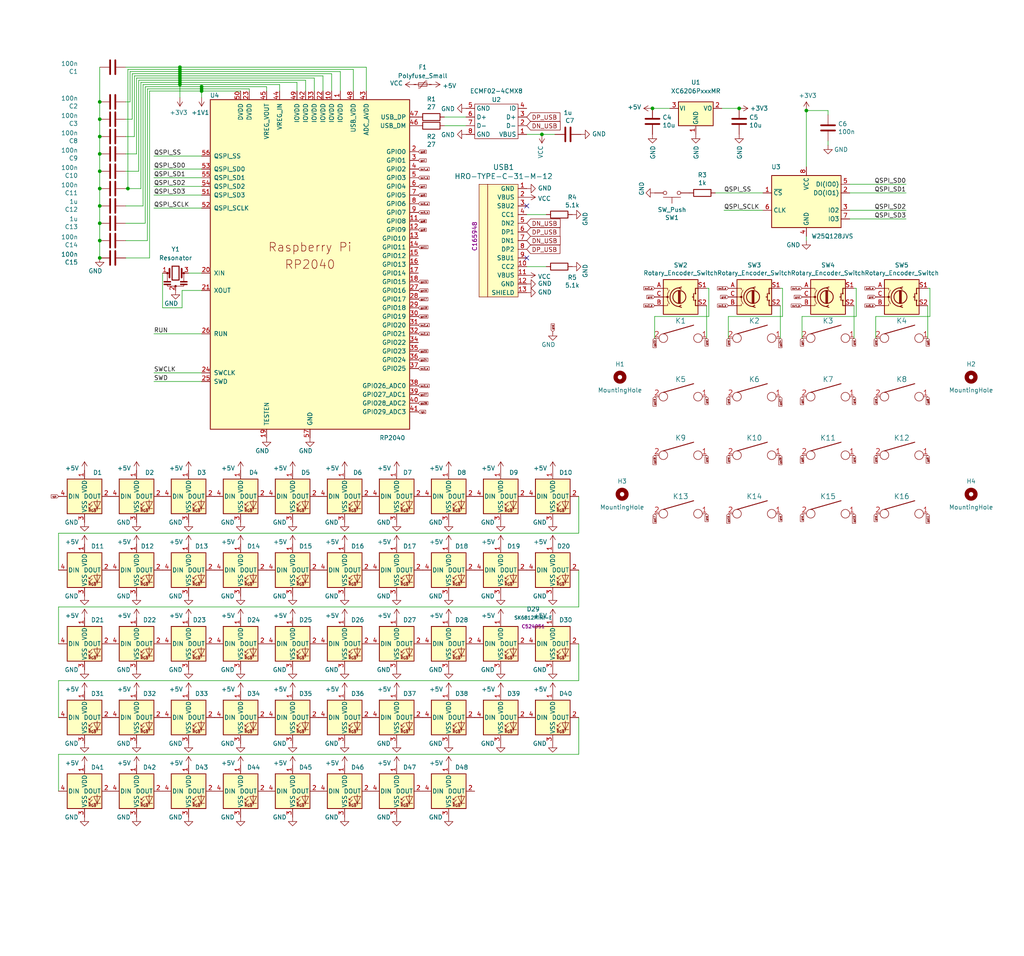
<source format=kicad_sch>
(kicad_sch (version 20230121) (generator eeschema)
  (paper "User" 299.999 280.01)
  (junction (at 29.21 50.165))
  (junction (at 158.75 39.37))
  (junction (at 216.535 31.75))
  (junction (at 29.21 55.245))
  (junction (at 191.135 31.75))
  (junction (at 59.055 25.4))
  (junction (at 29.21 70.485))
  (junction (at 29.21 29.845))
  (junction (at 52.705 23.495))
  (junction (at 52.705 24.765))
  (junction (at 52.705 21.59))
  (junction (at 37.465 55.245))
  (junction (at 29.21 40.005))
  (junction (at 52.705 19.685))
  (junction (at 29.21 75.565))
  (junction (at 29.21 60.325))
  (junction (at 29.21 45.085))
  (junction (at 52.705 22.86))
  (junction (at 52.705 20.955))
  (junction (at 59.055 26.035))
  (junction (at 59.055 26.67))
  (junction (at 29.21 34.925))
  (junction (at 52.705 20.32))
  (junction (at 29.21 65.405))
  (junction (at 52.705 22.225))
  (junction (at 236.22 32.385))
  (junction (at 52.705 24.13))
  (no_connect (at 154.305 60.325))
  (no_connect (at 154.305 75.565))
  (wire (pts (xy 271.78 89.535) (xy 271.78 99.06)))
  (wire (pts (xy 17.145 199.39) (xy 169.545 199.39)))
  (wire (pts (xy 52.705 19.685) (xy 107.315 19.685)))
  (wire (pts (xy 212.09 61.595) (xy 223.52 61.595)))
  (wire (pts (xy 17.145 199.39) (xy 17.145 210.185)))
  (wire (pts (xy 89.535 23.495) (xy 52.705 23.495)))
  (wire (pts (xy 39.37 40.005) (xy 36.83 40.005)))
  (wire (pts (xy 228.6 84.455) (xy 229.235 84.455)))
  (wire (pts (xy 196.215 31.75) (xy 191.135 31.75)))
  (wire (pts (xy 272.415 84.455) (xy 272.415 92.71)))
  (wire (pts (xy 207.645 92.71) (xy 191.77 92.71)))
  (wire (pts (xy 53.34 85.09) (xy 53.34 90.17)))
  (wire (pts (xy 29.21 55.245) (xy 29.21 60.325)))
  (wire (pts (xy 229.235 92.71) (xy 213.36 92.71)))
  (wire (pts (xy 36.83 19.685) (xy 52.705 19.685)))
  (wire (pts (xy 73.025 26.67) (xy 73.025 26.035)))
  (wire (pts (xy 43.18 26.035) (xy 43.18 70.485)))
  (wire (pts (xy 41.91 24.765) (xy 41.91 60.325)))
  (wire (pts (xy 207.01 89.535) (xy 207.01 99.06)))
  (wire (pts (xy 52.705 20.955) (xy 38.1 20.955)))
  (wire (pts (xy 29.21 50.165) (xy 29.21 55.245)))
  (wire (pts (xy 59.055 26.67) (xy 43.815 26.67)))
  (wire (pts (xy 52.705 22.225) (xy 39.37 22.225)))
  (wire (pts (xy 94.615 22.225) (xy 52.705 22.225)))
  (wire (pts (xy 52.705 21.59) (xy 38.735 21.59)))
  (wire (pts (xy 52.705 20.955) (xy 52.705 21.59)))
  (wire (pts (xy 242.57 33.655) (xy 242.57 32.385)))
  (wire (pts (xy 242.57 41.275) (xy 242.57 42.545)))
  (wire (pts (xy 40.005 45.085) (xy 36.83 45.085)))
  (wire (pts (xy 41.91 60.325) (xy 36.83 60.325)))
  (wire (pts (xy 73.025 26.035) (xy 59.055 26.035)))
  (wire (pts (xy 99.695 26.67) (xy 99.695 20.955)))
  (wire (pts (xy 154.305 78.105) (xy 160.02 78.105)))
  (wire (pts (xy 45.085 57.15) (xy 59.055 57.15)))
  (wire (pts (xy 52.705 20.32) (xy 37.465 20.32)))
  (wire (pts (xy 59.055 109.22) (xy 45.085 109.22)))
  (wire (pts (xy 81.915 24.765) (xy 52.705 24.765)))
  (wire (pts (xy 92.075 22.86) (xy 52.705 22.86)))
  (wire (pts (xy 103.505 20.32) (xy 52.705 20.32)))
  (wire (pts (xy 248.92 53.975) (xy 265.43 53.975)))
  (wire (pts (xy 41.275 55.245) (xy 37.465 55.245)))
  (wire (pts (xy 250.825 84.455) (xy 250.825 92.71)))
  (wire (pts (xy 29.21 70.485) (xy 29.21 75.565)))
  (wire (pts (xy 29.21 34.925) (xy 29.21 40.005)))
  (wire (pts (xy 38.735 34.925) (xy 36.83 34.925)))
  (wire (pts (xy 37.465 55.245) (xy 36.83 55.245)))
  (wire (pts (xy 130.175 36.83) (xy 136.525 36.83)))
  (wire (pts (xy 59.055 85.09) (xy 53.34 85.09)))
  (wire (pts (xy 43.815 26.67) (xy 43.815 75.565)))
  (wire (pts (xy 59.055 26.035) (xy 59.055 26.67)))
  (wire (pts (xy 234.95 92.71) (xy 234.95 99.06)))
  (wire (pts (xy 45.085 52.07) (xy 59.055 52.07)))
  (wire (pts (xy 17.145 177.8) (xy 169.545 177.8)))
  (wire (pts (xy 81.915 26.67) (xy 81.915 24.765)))
  (wire (pts (xy 59.055 26.035) (xy 43.18 26.035)))
  (wire (pts (xy 45.085 54.61) (xy 59.055 54.61)))
  (wire (pts (xy 248.92 56.515) (xy 265.43 56.515)))
  (wire (pts (xy 228.6 89.535) (xy 228.6 99.06)))
  (wire (pts (xy 229.235 84.455) (xy 229.235 92.71)))
  (wire (pts (xy 271.78 84.455) (xy 272.415 84.455)))
  (wire (pts (xy 107.315 26.67) (xy 107.315 19.685)))
  (wire (pts (xy 248.92 61.595) (xy 265.43 61.595)))
  (wire (pts (xy 250.19 84.455) (xy 250.825 84.455)))
  (wire (pts (xy 52.705 24.13) (xy 41.275 24.13)))
  (wire (pts (xy 42.545 25.4) (xy 42.545 65.405)))
  (wire (pts (xy 169.545 156.21) (xy 169.545 145.415)))
  (wire (pts (xy 39.37 22.225) (xy 39.37 40.005)))
  (wire (pts (xy 42.545 65.405) (xy 36.83 65.405)))
  (wire (pts (xy 52.705 22.86) (xy 40.005 22.86)))
  (wire (pts (xy 38.735 21.59) (xy 38.735 34.925)))
  (wire (pts (xy 59.055 111.76) (xy 45.085 111.76)))
  (wire (pts (xy 52.705 20.32) (xy 52.705 20.955)))
  (wire (pts (xy 236.22 69.215) (xy 236.22 70.485)))
  (wire (pts (xy 59.055 25.4) (xy 42.545 25.4)))
  (wire (pts (xy 52.705 24.765) (xy 41.91 24.765)))
  (wire (pts (xy 59.055 45.72) (xy 45.085 45.72)))
  (wire (pts (xy 17.145 177.8) (xy 17.145 188.595)))
  (wire (pts (xy 86.995 26.67) (xy 86.995 24.13)))
  (wire (pts (xy 55.245 80.01) (xy 59.055 80.01)))
  (wire (pts (xy 17.145 167.005) (xy 17.145 156.21)))
  (wire (pts (xy 99.695 20.955) (xy 52.705 20.955)))
  (wire (pts (xy 59.055 26.67) (xy 59.055 28.575)))
  (wire (pts (xy 211.455 31.75) (xy 216.535 31.75)))
  (wire (pts (xy 52.705 22.86) (xy 52.705 23.495)))
  (wire (pts (xy 94.615 26.67) (xy 94.615 22.225)))
  (wire (pts (xy 59.055 97.79) (xy 45.085 97.79)))
  (wire (pts (xy 29.21 29.845) (xy 29.21 34.925)))
  (wire (pts (xy 154.305 62.865) (xy 160.02 62.865)))
  (wire (pts (xy 236.22 32.385) (xy 236.22 48.895)))
  (wire (pts (xy 92.075 26.67) (xy 92.075 22.86)))
  (wire (pts (xy 154.305 39.37) (xy 158.75 39.37)))
  (wire (pts (xy 40.64 23.495) (xy 40.64 50.165)))
  (wire (pts (xy 38.1 29.845) (xy 36.83 29.845)))
  (wire (pts (xy 250.19 89.535) (xy 250.19 99.06)))
  (wire (pts (xy 52.705 21.59) (xy 52.705 22.225)))
  (wire (pts (xy 29.21 60.325) (xy 29.21 65.405)))
  (wire (pts (xy 52.705 24.765) (xy 52.705 28.575)))
  (wire (pts (xy 207.645 84.455) (xy 207.645 92.71)))
  (wire (pts (xy 191.77 92.71) (xy 191.77 99.06)))
  (wire (pts (xy 17.145 220.98) (xy 17.145 231.775)))
  (wire (pts (xy 43.815 75.565) (xy 36.83 75.565)))
  (wire (pts (xy 40.005 22.86) (xy 40.005 45.085)))
  (wire (pts (xy 169.545 167.005) (xy 169.545 177.8)))
  (wire (pts (xy 256.54 92.71) (xy 256.54 99.06)))
  (wire (pts (xy 17.145 156.21) (xy 169.545 156.21)))
  (wire (pts (xy 52.705 24.13) (xy 52.705 24.765)))
  (wire (pts (xy 248.92 64.135) (xy 265.43 64.135)))
  (wire (pts (xy 45.085 49.53) (xy 59.055 49.53)))
  (wire (pts (xy 38.1 20.955) (xy 38.1 29.845)))
  (wire (pts (xy 47.625 90.17) (xy 47.625 80.01)))
  (wire (pts (xy 52.705 23.495) (xy 40.64 23.495)))
  (wire (pts (xy 59.055 60.96) (xy 45.085 60.96)))
  (wire (pts (xy 250.825 92.71) (xy 234.95 92.71)))
  (wire (pts (xy 52.705 19.685) (xy 52.705 20.32)))
  (wire (pts (xy 86.995 24.13) (xy 52.705 24.13)))
  (wire (pts (xy 213.36 92.71) (xy 213.36 99.06)))
  (wire (pts (xy 37.465 20.32) (xy 37.465 55.245)))
  (wire (pts (xy 52.705 22.225) (xy 52.705 22.86)))
  (wire (pts (xy 103.505 26.67) (xy 103.505 20.32)))
  (wire (pts (xy 169.545 188.595) (xy 169.545 199.39)))
  (wire (pts (xy 209.55 56.515) (xy 223.52 56.515)))
  (wire (pts (xy 53.34 90.17) (xy 47.625 90.17)))
  (wire (pts (xy 29.21 45.085) (xy 29.21 50.165)))
  (wire (pts (xy 158.75 39.37) (xy 162.56 39.37)))
  (wire (pts (xy 130.175 34.29) (xy 136.525 34.29)))
  (wire (pts (xy 97.155 21.59) (xy 52.705 21.59)))
  (wire (pts (xy 272.415 92.71) (xy 256.54 92.71)))
  (wire (pts (xy 207.01 84.455) (xy 207.645 84.455)))
  (wire (pts (xy 17.145 220.98) (xy 169.545 220.98)))
  (wire (pts (xy 242.57 32.385) (xy 236.22 32.385)))
  (wire (pts (xy 78.105 25.4) (xy 59.055 25.4)))
  (wire (pts (xy 78.105 26.67) (xy 78.105 25.4)))
  (wire (pts (xy 59.055 25.4) (xy 59.055 26.035)))
  (wire (pts (xy 43.18 70.485) (xy 36.83 70.485)))
  (wire (pts (xy 52.705 23.495) (xy 52.705 24.13)))
  (wire (pts (xy 169.545 210.185) (xy 169.545 220.98)))
  (wire (pts (xy 29.21 65.405) (xy 29.21 70.485)))
  (wire (pts (xy 29.21 19.685) (xy 29.21 29.845)))
  (wire (pts (xy 29.21 40.005) (xy 29.21 45.085)))
  (wire (pts (xy 70.485 26.67) (xy 59.055 26.67)))
  (wire (pts (xy 97.155 26.67) (xy 97.155 21.59)))
  (wire (pts (xy 41.275 24.13) (xy 41.275 55.245)))
  (wire (pts (xy 40.64 50.165) (xy 36.83 50.165)))
  (wire (pts (xy 89.535 26.67) (xy 89.535 23.495)))
  (label "RUN" (at 45.085 97.79 0))
  (label "QSPI_SD1" (at 265.43 56.515 180))
  (label "SWD" (at 45.085 111.76 0))
  (label "QSPI_SS" (at 45.085 45.72 0))
  (label "QSPI_SD1" (at 45.085 52.07 0))
  (label "QSPI_SD0" (at 45.085 49.53 0))
  (label "QSPI_SD0" (at 265.43 53.975 180))
  (label "QSPI_SD2" (at 265.43 61.595 180))
  (label "SWCLK" (at 45.085 109.22 0))
  (label "QSPI_SD2" (at 45.085 54.61 0))
  (label "QSPI_SCLK" (at 45.085 60.96 0))
  (label "QSPI_SD3" (at 265.43 64.135 180))
  (label "QSPI_SD3" (at 45.085 57.15 0))
  (label "QSPI_SS" (at 212.09 56.515 0))
  (label "QSPI_SCLK" (at 212.09 61.595 0))
  (global_label "gnd" (shape input) (at 213.36 133.35 270) (effects (font (size 0.5 0.5))) (property "Intersheetrefs" "${INTERSHEET_REFS}" (effects hide)))
  (global_label "DP_USB" (shape input) (at 154.305 73.025 0) (property "Intersheetrefs" "${INTERSHEET_REFS}" (effects hide)))
  (global_label "DP_USB" (shape input) (at 154.305 34.29 0) (property "Intersheetrefs" "${INTERSHEET_REFS}" (effects hide)))
  (global_label "sw5_b" (shape input) (at 122.555 62.23 0) (effects (font (size 0.5 0.5))) (property "Intersheetrefs" "${INTERSHEET_REFS}" (effects hide)))
  (global_label "gnd" (shape input) (at 250.19 133.35 270) (effects (font (size 0.5 0.5))) (property "Intersheetrefs" "${INTERSHEET_REFS}" (effects hide)))
  (global_label "DP_USB" (shape input) (at 154.305 67.945 0) (property "Intersheetrefs" "${INTERSHEET_REFS}" (effects hide)))
  (global_label "DN_USB" (shape input) (at 154.305 36.83 0) (property "Intersheetrefs" "${INTERSHEET_REFS}" (effects hide)))
  (global_label "sw4_a" (shape input) (at 122.555 49.53 0) (effects (font (size 0.5 0.5))) (property "Intersheetrefs" "${INTERSHEET_REFS}" (effects hide)))
  (global_label "gnd" (shape input) (at 234.95 150.495 270) (effects (font (size 0.5 0.5))) (property "Intersheetrefs" "${INTERSHEET_REFS}" (effects hide)))
  (global_label "gp24" (shape input) (at 228.6 99.06 270) (effects (font (size 0.5 0.5))) (property "Intersheetrefs" "${INTERSHEET_REFS}" (effects hide)))
  (global_label "sw5_b" (shape input) (at 256.54 89.535 180) (effects (font (size 0.5 0.5))) (property "Intersheetrefs" "${INTERSHEET_REFS}" (effects hide)))
  (global_label "sw2_b" (shape input) (at 122.555 97.79 0) (effects (font (size 0.5 0.5))) (property "Intersheetrefs" "${INTERSHEET_REFS}" (effects hide)))
  (global_label "sw4_a" (shape input) (at 234.95 84.455 180) (effects (font (size 0.5 0.5))) (property "Intersheetrefs" "${INTERSHEET_REFS}" (effects hide)))
  (global_label "gnd" (shape input) (at 256.54 116.205 270) (effects (font (size 0.5 0.5))) (property "Intersheetrefs" "${INTERSHEET_REFS}" (effects hide)))
  (global_label "gp15" (shape input) (at 122.555 82.55 0) (effects (font (size 0.5 0.5))) (property "Intersheetrefs" "${INTERSHEET_REFS}" (effects hide)))
  (global_label "gp17" (shape input) (at 122.555 87.63 0) (effects (font (size 0.5 0.5))) (property "Intersheetrefs" "${INTERSHEET_REFS}" (effects hide)))
  (global_label "gnd" (shape input) (at 234.95 86.995 180) (effects (font (size 0.5 0.5))) (property "Intersheetrefs" "${INTERSHEET_REFS}" (effects hide)))
  (global_label "gnd" (shape input) (at 256.54 150.495 270) (effects (font (size 0.5 0.5))) (property "Intersheetrefs" "${INTERSHEET_REFS}" (effects hide)))
  (global_label "gp18" (shape input) (at 122.555 90.17 0) (effects (font (size 0.5 0.5))) (property "Intersheetrefs" "${INTERSHEET_REFS}" (effects hide)))
  (global_label "gnd" (shape input) (at 250.19 116.205 270) (effects (font (size 0.5 0.5))) (property "Intersheetrefs" "${INTERSHEET_REFS}" (effects hide)))
  (global_label "gp23" (shape input) (at 122.555 102.87 0) (effects (font (size 0.5 0.5))) (property "Intersheetrefs" "${INTERSHEET_REFS}" (effects hide)))
  (global_label "gnd" (shape input) (at 207.01 150.495 270) (effects (font (size 0.5 0.5))) (property "Intersheetrefs" "${INTERSHEET_REFS}" (effects hide)))
  (global_label "sw5_a" (shape input) (at 122.555 59.69 0) (effects (font (size 0.5 0.5))) (property "Intersheetrefs" "${INTERSHEET_REFS}" (effects hide)))
  (global_label "sw3_b" (shape input) (at 213.36 89.535 180) (effects (font (size 0.5 0.5))) (property "Intersheetrefs" "${INTERSHEET_REFS}" (effects hide)))
  (global_label "sw2_a" (shape input) (at 191.77 84.455 180) (effects (font (size 0.5 0.5))) (property "Intersheetrefs" "${INTERSHEET_REFS}" (effects hide)))
  (global_label "gp9" (shape input) (at 122.555 67.31 0) (effects (font (size 0.5 0.5))) (property "Intersheetrefs" "${INTERSHEET_REFS}" (effects hide)))
  (global_label "rgb" (shape input) (at 17.145 145.415 180) (effects (font (size 0.5 0.5))) (property "Intersheetrefs" "${INTERSHEET_REFS}" (effects hide)))
  (global_label "gp19" (shape input) (at 122.555 92.71 0) (effects (font (size 0.5 0.5))) (property "Intersheetrefs" "${INTERSHEET_REFS}" (effects hide)))
  (global_label "rgb" (shape input) (at 122.555 120.65 0) (effects (font (size 0.5 0.5))) (property "Intersheetrefs" "${INTERSHEET_REFS}" (effects hide)))
  (global_label "gp16" (shape input) (at 122.555 85.09 0) (effects (font (size 0.5 0.5))) (property "Intersheetrefs" "${INTERSHEET_REFS}" (effects hide)))
  (global_label "gp28" (shape input) (at 122.555 118.11 0) (effects (font (size 0.5 0.5))) (property "Intersheetrefs" "${INTERSHEET_REFS}" (effects hide)))
  (global_label "gnd" (shape input) (at 207.01 133.35 270) (effects (font (size 0.5 0.5))) (property "Intersheetrefs" "${INTERSHEET_REFS}" (effects hide)))
  (global_label "sw5_a" (shape input) (at 256.54 84.455 180) (effects (font (size 0.5 0.5))) (property "Intersheetrefs" "${INTERSHEET_REFS}" (effects hide)))
  (global_label "gp11" (shape input) (at 271.78 150.495 270) (effects (font (size 0.5 0.5))) (property "Intersheetrefs" "${INTERSHEET_REFS}" (effects hide)))
  (global_label "gp8" (shape input) (at 122.555 64.77 0) (effects (font (size 0.5 0.5))) (property "Intersheetrefs" "${INTERSHEET_REFS}" (effects hide)))
  (global_label "gp24" (shape input) (at 122.555 105.41 0) (effects (font (size 0.5 0.5))) (property "Intersheetrefs" "${INTERSHEET_REFS}" (effects hide)))
  (global_label "gp27" (shape input) (at 228.6 116.205 270) (effects (font (size 0.5 0.5))) (property "Intersheetrefs" "${INTERSHEET_REFS}" (effects hide)))
  (global_label "gp16" (shape input) (at 213.36 150.495 270) (effects (font (size 0.5 0.5))) (property "Intersheetrefs" "${INTERSHEET_REFS}" (effects hide)))
  (global_label "sw3_a" (shape input) (at 122.555 107.95 0) (effects (font (size 0.5 0.5))) (property "Intersheetrefs" "${INTERSHEET_REFS}" (effects hide)))
  (global_label "gnd" (shape input) (at 256.54 99.06 270) (effects (font (size 0.5 0.5))) (property "Intersheetrefs" "${INTERSHEET_REFS}" (effects hide)))
  (global_label "gp5" (shape input) (at 271.78 99.06 270) (effects (font (size 0.5 0.5))) (property "Intersheetrefs" "${INTERSHEET_REFS}" (effects hide)))
  (global_label "sw3_b" (shape input) (at 122.555 113.03 0) (effects (font (size 0.5 0.5))) (property "Intersheetrefs" "${INTERSHEET_REFS}" (effects hide)))
  (global_label "gp15" (shape input) (at 250.19 150.495 270) (effects (font (size 0.5 0.5))) (property "Intersheetrefs" "${INTERSHEET_REFS}" (effects hide)))
  (global_label "sw4_b" (shape input) (at 234.95 89.535 180) (effects (font (size 0.5 0.5))) (property "Intersheetrefs" "${INTERSHEET_REFS}" (effects hide)))
  (global_label "gnd" (shape input) (at 213.36 86.995 180) (effects (font (size 0.5 0.5))) (property "Intersheetrefs" "${INTERSHEET_REFS}" (effects hide)))
  (global_label "sw4_b" (shape input) (at 122.555 52.07 0) (effects (font (size 0.5 0.5))) (property "Intersheetrefs" "${INTERSHEET_REFS}" (effects hide)))
  (global_label "sw2_b" (shape input) (at 191.77 89.535 180) (effects (font (size 0.5 0.5))) (property "Intersheetrefs" "${INTERSHEET_REFS}" (effects hide)))
  (global_label "gnd" (shape input) (at 161.925 97.155 90) (effects (font (size 0.5 0.5))) (property "Intersheetrefs" "${INTERSHEET_REFS}" (effects hide)))
  (global_label "gp1" (shape input) (at 234.95 116.205 270) (effects (font (size 0.5 0.5))) (property "Intersheetrefs" "${INTERSHEET_REFS}" (effects hide)))
  (global_label "gp4" (shape input) (at 234.95 99.06 270) (effects (font (size 0.5 0.5))) (property "Intersheetrefs" "${INTERSHEET_REFS}" (effects hide)))
  (global_label "gnd" (shape input) (at 228.6 150.495 270) (effects (font (size 0.5 0.5))) (property "Intersheetrefs" "${INTERSHEET_REFS}" (effects hide)))
  (global_label "gnd" (shape input) (at 213.36 116.205 270) (effects (font (size 0.5 0.5))) (property "Intersheetrefs" "${INTERSHEET_REFS}" (effects hide)))
  (global_label "gp18" (shape input) (at 191.77 133.35 270) (effects (font (size 0.5 0.5))) (property "Intersheetrefs" "${INTERSHEET_REFS}" (effects hide)))
  (global_label "gnd" (shape input) (at 213.36 99.06 270) (effects (font (size 0.5 0.5))) (property "Intersheetrefs" "${INTERSHEET_REFS}" (effects hide)))
  (global_label "sw3_a" (shape input) (at 213.36 84.455 180) (effects (font (size 0.5 0.5))) (property "Intersheetrefs" "${INTERSHEET_REFS}" (effects hide)))
  (global_label "gp0" (shape input) (at 234.95 133.35 270) (effects (font (size 0.5 0.5))) (property "Intersheetrefs" "${INTERSHEET_REFS}" (effects hide)))
  (global_label "gnd" (shape input) (at 256.54 86.995 180) (effects (font (size 0.5 0.5))) (property "Intersheetrefs" "${INTERSHEET_REFS}" (effects hide)))
  (global_label "sw2_a" (shape input) (at 122.555 95.25 0) (effects (font (size 0.5 0.5))) (property "Intersheetrefs" "${INTERSHEET_REFS}" (effects hide)))
  (global_label "DN_USB" (shape input) (at 154.305 65.405 0) (property "Intersheetrefs" "${INTERSHEET_REFS}" (effects hide)))
  (global_label "gp17" (shape input) (at 191.77 150.495 270) (effects (font (size 0.5 0.5))) (property "Intersheetrefs" "${INTERSHEET_REFS}" (effects hide)))
  (global_label "gnd" (shape input) (at 256.54 133.35 270) (effects (font (size 0.5 0.5))) (property "Intersheetrefs" "${INTERSHEET_REFS}" (effects hide)))
  (global_label "gp0" (shape input) (at 122.555 44.45 0) (effects (font (size 0.5 0.5))) (property "Intersheetrefs" "${INTERSHEET_REFS}" (effects hide)))
  (global_label "gp1" (shape input) (at 122.555 46.99 0) (effects (font (size 0.5 0.5))) (property "Intersheetrefs" "${INTERSHEET_REFS}" (effects hide)))
  (global_label "gp27" (shape input) (at 122.555 115.57 0) (effects (font (size 0.5 0.5))) (property "Intersheetrefs" "${INTERSHEET_REFS}" (effects hide)))
  (global_label "gp5" (shape input) (at 122.555 57.15 0) (effects (font (size 0.5 0.5))) (property "Intersheetrefs" "${INTERSHEET_REFS}" (effects hide)))
  (global_label "DN_USB" (shape input) (at 154.305 70.485 0) (property "Intersheetrefs" "${INTERSHEET_REFS}" (effects hide)))
  (global_label "gnd" (shape input) (at 191.77 86.995 180) (effects (font (size 0.5 0.5))) (property "Intersheetrefs" "${INTERSHEET_REFS}" (effects hide)))
  (global_label "gnd" (shape input) (at 250.19 99.06 270) (effects (font (size 0.5 0.5))) (property "Intersheetrefs" "${INTERSHEET_REFS}" (effects hide)))
  (global_label "gp28" (shape input) (at 228.6 133.35 270) (effects (font (size 0.5 0.5))) (property "Intersheetrefs" "${INTERSHEET_REFS}" (effects hide)))
  (global_label "gnd" (shape input) (at 207.01 116.205 270) (effects (font (size 0.5 0.5))) (property "Intersheetrefs" "${INTERSHEET_REFS}" (effects hide)))
  (global_label "gp19" (shape input) (at 191.77 116.205 270) (effects (font (size 0.5 0.5))) (property "Intersheetrefs" "${INTERSHEET_REFS}" (effects hide)))
  (global_label "gp4" (shape input) (at 122.555 54.61 0) (effects (font (size 0.5 0.5))) (property "Intersheetrefs" "${INTERSHEET_REFS}" (effects hide)))
  (global_label "gp8" (shape input) (at 271.78 116.205 270) (effects (font (size 0.5 0.5))) (property "Intersheetrefs" "${INTERSHEET_REFS}" (effects hide)))
  (global_label "gnd" (shape input) (at 207.01 99.06 270) (effects (font (size 0.5 0.5))) (property "Intersheetrefs" "${INTERSHEET_REFS}" (effects hide)))
  (global_label "gp23" (shape input) (at 191.77 99.06 270) (effects (font (size 0.5 0.5))) (property "Intersheetrefs" "${INTERSHEET_REFS}" (effects hide)))
  (global_label "gp9" (shape input) (at 271.78 133.35 270) (effects (font (size 0.5 0.5))) (property "Intersheetrefs" "${INTERSHEET_REFS}" (effects hide)))
  (global_label "gp11" (shape input) (at 122.555 72.39 0) (effects (font (size 0.5 0.5))) (property "Intersheetrefs" "${INTERSHEET_REFS}" (effects hide)))
  (symbol (lib_id "power:+5V") (at 131.445 202.565 0) (unit 1)
    (property "Reference" "#PWR097" (effects hide))
    (property "Value" "+5V" (at 125.73 201.93 0) (effects (justify left)))
  )
  (symbol (lib_id "power:GND") (at 154.305 55.245 90) (unit 1)
    (property "Reference" "#PWR016" (effects hide))
    (property "Value" "GND" (at 157.5562 55.118 90) (effects (justify right)))
  )
  (symbol (lib_id "keyboard_parts:KEYSW") (at 220.98 99.06 0) (unit 1)
    (property "Reference" "K2" (at 220.98 93.98 0) (effects (font (size 1.524 1.524))))
    (property "Value" "KEYSW" (effects hide))
    (property "Footprint" "1up_keyboards_footprints:MXOnly-1U-Hotswap_no_silk_screen" (effects hide))
  )
  (symbol (lib_id "1up Parts:R_0402_5.1k_ohm") (at 163.83 62.865 270) (unit 1)
    (property "Reference" "R4" (at 167.64 57.785 90))
    (property "Value" "5.1k" (at 167.64 60.0964 90))
    (property "Footprint" "1up_keyboards_footprints:resistor_0402_production" (effects hide))
    (property "Datasheet" "https://lcsc.com/product-detail/Chip-Resistor-Surface-Mount_YAGEO-RC0402DR-075K1L_C138073.html" (effects hide))
    (property "MPN" "C138073" (effects hide))
  )
  (symbol (lib_id "keyboard_parts:KEYSW") (at 199.39 133.35 0) (unit 1)
    (property "Reference" "K9" (at 199.39 128.27 0) (effects (font (size 1.524 1.524))))
    (property "Value" "KEYSW" (effects hide))
    (property "Footprint" "1up_keyboards_footprints:MXOnly-1U-Hotswap_no_silk_screen" (effects hide))
  )
  (symbol (lib_id "power:+5V") (at 85.725 137.795 0) (unit 1)
    (property "Reference" "#PWR034" (effects hide))
    (property "Value" "+5V" (at 80.01 137.16 0) (effects (justify left)))
  )
  (symbol (lib_id "keyboard_parts:KEYSW") (at 264.16 133.35 0) (unit 1)
    (property "Reference" "K12" (at 264.16 128.27 0) (effects (font (size 1.524 1.524))))
    (property "Value" "KEYSW" (effects hide))
    (property "Footprint" "1up_keyboards_footprints:MXOnly-1U-Hotswap_no_silk_screen" (effects hide))
  )
  (symbol (lib_id "power:+5V") (at 131.445 180.975 0) (unit 1)
    (property "Reference" "#PWR077" (effects hide))
    (property "Value" "+5V" (at 125.73 180.34 0) (effects (justify left)))
  )
  (symbol (lib_id "power:GND") (at 236.22 70.485 0) (unit 1)
    (property "Reference" "#PWR020" (effects hide))
    (property "Value" "GND" (at 232.41 71.755 0))
  )
  (symbol (lib_id "1up Parts:ws2812b_1010") (at 40.005 145.415 0) (unit 1)
    (property "Reference" "D2" (at 43.815 138.43 0))
    (property "Value" "ws2812b_1010" (effects hide))
    (property "Footprint" "1up_keyboards_footprints:WS2812b_1010" (effects hide))
    (property "Datasheet" "https://www.lcsc.com/product-detail/Light-Emitting-Diodes-LED_XINGLIGHT-XL-1010RGBC-WS2812B_C5349953.html" (effects hide))
    (property "MPN" "C5349953" (effects hide))
  )
  (symbol (lib_id "1up Parts:ws2812b_1010") (at 40.005 188.595 0) (unit 1)
    (property "Reference" "D22" (at 43.815 181.61 0))
    (property "Value" "ws2812b_1010" (effects hide))
    (property "Footprint" "1up_keyboards_footprints:WS2812b_1010" (effects hide))
    (property "Datasheet" "https://www.lcsc.com/product-detail/Light-Emitting-Diodes-LED_XINGLIGHT-XL-1010RGBC-WS2812B_C5349953.html" (effects hide))
    (property "MPN" "C5349953" (effects hide))
  )
  (symbol (lib_id "power:VCC") (at 154.305 80.645 270) (unit 1)
    (property "Reference" "#PWR023" (effects hide))
    (property "Value" "VCC" (at 157.5562 81.026 90) (effects (justify left)))
  )
  (symbol (lib_id "1up Parts:Voltage_Regulator") (at 203.835 31.75 0) (unit 1)
    (property "Reference" "U1" (at 203.835 24.13 0))
    (property "Value" "XC6206PxxxMR" (at 203.835 26.67 0))
    (property "Footprint" "1up_keyboards_footprints:voltage_regulator_production" (effects hide))
    (property "Datasheet" "https://www.lcsc.com/product-detail/Linear-Voltage-Regulators-LDO_UMW-Youtai-Semiconductor-Co-Ltd-XC6206P332MR_C347376.html" (effects hide))
    (property "MPN" "C347376" (effects hide))
  )
  (symbol (lib_id "1up Parts:ws2812b_1010") (at 161.925 210.185 0) (unit 1)
    (property "Reference" "D40" (at 165.735 203.2 0))
    (property "Value" "ws2812b_1010" (effects hide))
    (property "Footprint" "1up_keyboards_footprints:WS2812b_1010" (effects hide))
    (property "Datasheet" "https://www.lcsc.com/product-detail/Light-Emitting-Diodes-LED_XINGLIGHT-XL-1010RGBC-WS2812B_C5349953.html" (effects hide))
    (property "MPN" "C5349953" (effects hide))
  )
  (symbol (lib_id "power:+5V") (at 146.685 137.795 0) (unit 1)
    (property "Reference" "#PWR038" (effects hide))
    (property "Value" "+5V" (at 140.97 137.16 0) (effects (justify left)))
  )
  (symbol (lib_id "power:+5V") (at 116.205 180.975 0) (unit 1)
    (property "Reference" "#PWR076" (effects hide))
    (property "Value" "+5V" (at 110.49 180.34 0) (effects (justify left)))
  )
  (symbol (lib_id "power:+5V") (at 146.685 202.565 0) (unit 1)
    (property "Reference" "#PWR098" (effects hide))
    (property "Value" "+5V" (at 140.97 201.93 0) (effects (justify left)))
  )
  (symbol (lib_id "1up Parts:ws2812b_1010") (at 85.725 145.415 0) (unit 1)
    (property "Reference" "D5" (at 89.535 138.43 0))
    (property "Value" "ws2812b_1010" (effects hide))
    (property "Footprint" "1up_keyboards_footprints:WS2812b_1010" (effects hide))
    (property "Datasheet" "https://www.lcsc.com/product-detail/Light-Emitting-Diodes-LED_XINGLIGHT-XL-1010RGBC-WS2812B_C5349953.html" (effects hide))
    (property "MPN" "C5349953" (effects hide))
  )
  (symbol (lib_id "power:+5V") (at 131.445 159.385 0) (unit 1)
    (property "Reference" "#PWR057" (effects hide))
    (property "Value" "+5V" (at 125.73 158.75 0) (effects (justify left)))
  )
  (symbol (lib_id "power:+5V") (at 85.725 202.565 0) (unit 1)
    (property "Reference" "#PWR094" (effects hide))
    (property "Value" "+5V" (at 80.01 201.93 0) (effects (justify left)))
  )
  (symbol (lib_id "1up Parts:RP2040") (at 90.805 77.47 0) (unit 1)
    (property "Reference" "U4" (at 62.865 27.94 0))
    (property "Value" "RP2040" (at 114.935 128.27 0))
    (property "Footprint" "1up_keyboards_footprints:rp2040_production" (effects hide))
    (property "Datasheet" "https://lcsc.com/product-detail/Microcontroller-Units-MCUs-MPUs-SOCs_Raspberry-Pi-RP2040_C2040.html" (effects hide))
    (property "MPN" "C2040" (effects hide))
  )
  (symbol (lib_id "Mechanical:MountingHole") (at 182.245 144.78 0) (unit 1)
    (property "Reference" "H3" (at 182.245 140.97 0))
    (property "Value" "MountingHole" (at 182.245 148.59 0))
    (property "Footprint" "random-keyboard-parts.pretty-master:m2_mount" (effects hide))
  )
  (symbol (lib_id "keyboard_parts:KEYSW") (at 199.39 99.06 0) (unit 1)
    (property "Reference" "K1" (at 199.39 93.98 0) (effects (font (size 1.524 1.524))))
    (property "Value" "KEYSW" (effects hide))
    (property "Footprint" "1up_keyboards_footprints:MXOnly-1U-Hotswap_no_silk_screen" (effects hide))
  )
  (symbol (lib_id "keyboard_parts:KEYSW") (at 264.16 150.495 0) (unit 1)
    (property "Reference" "K16" (at 264.16 145.415 0) (effects (font (size 1.524 1.524))))
    (property "Value" "KEYSW" (effects hide))
    (property "Footprint" "1up_keyboards_footprints:MXOnly-1U-Hotswap_no_silk_screen" (effects hide))
  )
  (symbol (lib_id "Device:Rotary_Encoder_Switch") (at 242.57 86.995 0) (unit 1)
    (property "Reference" "SW4" (at 242.57 77.6732 0))
    (property "Value" "Rotary_Encoder_Switch" (at 242.57 79.9846 0))
    (property "Footprint" "1up_keyboards_footprints:encoder_production" (effects hide))
  )
  (symbol (lib_id "power:GND") (at 100.965 153.035 0) (unit 1)
    (property "Reference" "#PWR045" (effects hide))
    (property "Value" "GND" (at 97.155 153.035 0))
  )
  (symbol (lib_id "1up Parts:SK6812MINI-E") (at 40.005 167.005 0) (unit 1)
    (property "Reference" "D12" (at 43.18 160.02 0))
    (property "Value" "SK6812MINI-E" (effects hide))
    (property "Footprint" "1up_keyboards_footprints:SK6812MINI-E RL_production" (effects hide))
    (property "Datasheet" "https://www.lcsc.com/product-detail/Light-Emitting-Diodes-LED_TONYU-DY-S352818-RGBC-6812-2T_C524051.html" (effects hide))
    (property "MPN" "C524051" (effects hide))
  )
  (symbol (lib_id "1up Parts:ws2812b_1010") (at 146.685 167.005 0) (unit 1)
    (property "Reference" "D19" (at 150.495 160.02 0))
    (property "Value" "ws2812b_1010" (effects hide))
    (property "Footprint" "1up_keyboards_footprints:WS2812b_1010" (effects hide))
    (property "Datasheet" "https://www.lcsc.com/product-detail/Light-Emitting-Diodes-LED_XINGLIGHT-XL-1010RGBC-WS2812B_C5349953.html" (effects hide))
    (property "MPN" "C5349953" (effects hide))
  )
  (symbol (lib_id "power:GND") (at 70.485 153.035 0) (unit 1)
    (property "Reference" "#PWR043" (effects hide))
    (property "Value" "GND" (at 66.675 153.035 0))
  )
  (symbol (lib_id "1up Parts:R_0402_27ohm") (at 126.365 34.29 270) (unit 1)
    (property "Reference" "R1" (at 126.365 29.0322 90))
    (property "Value" "27" (at 126.365 31.3436 90))
    (property "Footprint" "1up_keyboards_footprints:resistor_0402_production" (effects hide))
    (property "Datasheet" "https://lcsc.com/product-detail/Chip-Resistor-Surface-Mount_YAGEO-AC0402JR-0727RL_C227342.html" (effects hide))
    (property "MPN" "C227342" (effects hide))
  )
  (symbol (lib_id "1up Parts:ws2812b_1010") (at 131.445 231.775 0) (unit 1)
    (property "Reference" "D48" (at 135.255 224.79 0))
    (property "Value" "ws2812b_1010" (effects hide))
    (property "Footprint" "1up_keyboards_footprints:WS2812b_1010" (effects hide))
    (property "Datasheet" "https://www.lcsc.com/product-detail/Light-Emitting-Diodes-LED_XINGLIGHT-XL-1010RGBC-WS2812B_C5349953.html" (effects hide))
    (property "MPN" "C5349953" (effects hide))
  )
  (symbol (lib_id "power:GND") (at 70.485 239.395 0) (unit 1)
    (property "Reference" "#PWR0121" (effects hide))
    (property "Value" "GND" (at 66.675 239.395 0))
  )
  (symbol (lib_id "power:+5V") (at 55.245 202.565 0) (unit 1)
    (property "Reference" "#PWR092" (effects hide))
    (property "Value" "+5V" (at 49.53 201.93 0) (effects (justify left)))
  )
  (symbol (lib_id "1up Parts:ws2812b_1010") (at 70.485 167.005 0) (unit 1)
    (property "Reference" "D14" (at 74.295 160.02 0))
    (property "Value" "ws2812b_1010" (effects hide))
    (property "Footprint" "1up_keyboards_footprints:WS2812b_1010" (effects hide))
    (property "Datasheet" "https://www.lcsc.com/product-detail/Light-Emitting-Diodes-LED_XINGLIGHT-XL-1010RGBC-WS2812B_C5349953.html" (effects hide))
    (property "MPN" "C5349953" (effects hide))
  )
  (symbol (lib_id "keyboard_parts:KEYSW") (at 220.98 133.35 0) (unit 1)
    (property "Reference" "K10" (at 220.98 128.27 0) (effects (font (size 1.524 1.524))))
    (property "Value" "KEYSW" (effects hide))
    (property "Footprint" "1up_keyboards_footprints:MXOnly-1U-Hotswap_no_silk_screen" (effects hide))
  )
  (symbol (lib_id "1up Parts:SK6812MINI-E") (at 146.685 210.185 0) (unit 1)
    (property "Reference" "D39" (at 150.495 203.2 0))
    (property "Value" "SK6812MINI-E" (effects hide))
    (property "Footprint" "1up_keyboards_footprints:SK6812MINI-E LR_production" (effects hide))
    (property "Datasheet" "https://www.lcsc.com/product-detail/Light-Emitting-Diodes-LED_TONYU-DY-S352818-RGBC-6812-2T_C524051.html" (effects hide))
    (property "MPN" "C524051" (effects hide))
  )
  (symbol (lib_id "power:GND") (at 136.525 39.37 270) (unit 1)
    (property "Reference" "#PWR09" (effects hide))
    (property "Value" "GND" (at 133.2738 39.497 90) (effects (justify right)))
  )
  (symbol (lib_id "power:+5V") (at 55.245 224.155 0) (unit 1)
    (property "Reference" "#PWR0112" (effects hide))
    (property "Value" "+5V" (at 49.53 223.52 0) (effects (justify left)))
  )
  (symbol (lib_id "keyboard_parts:KEYSW") (at 264.16 116.205 0) (unit 1)
    (property "Reference" "K8" (at 264.16 111.125 0) (effects (font (size 1.524 1.524))))
    (property "Value" "KEYSW" (effects hide))
    (property "Footprint" "1up_keyboards_footprints:MXOnly-1U-Hotswap_no_silk_screen" (effects hide))
  )
  (symbol (lib_id "1up Parts:ws2812b_1010") (at 116.205 167.005 0) (unit 1)
    (property "Reference" "D17" (at 120.015 160.02 0))
    (property "Value" "ws2812b_1010" (effects hide))
    (property "Footprint" "1up_keyboards_footprints:WS2812b_1010" (effects hide))
    (property "Datasheet" "https://www.lcsc.com/product-detail/Light-Emitting-Diodes-LED_XINGLIGHT-XL-1010RGBC-WS2812B_C5349953.html" (effects hide))
    (property "MPN" "C5349953" (effects hide))
  )
  (symbol (lib_id "1up Parts:SK6812MINI-E") (at 40.005 231.775 0) (unit 1)
    (property "Reference" "D42" (at 43.815 224.79 0))
    (property "Value" "SK6812MINI-E" (effects hide))
    (property "Footprint" "1up_keyboards_footprints:SK6812MINI-E LR_production" (effects hide))
    (property "Datasheet" "https://www.lcsc.com/product-detail/Light-Emitting-Diodes-LED_TONYU-DY-S352818-RGBC-6812-2T_C524051.html" (effects hide))
    (property "MPN" "C524051" (effects hide))
  )
  (symbol (lib_id "power:+5V") (at 24.765 159.385 0) (unit 1)
    (property "Reference" "#PWR050" (effects hide))
    (property "Value" "+5V" (at 19.05 158.75 0) (effects (justify left)))
  )
  (symbol (lib_id "1up Parts:R_0402_5.1k_ohm") (at 163.83 78.105 270) (unit 1)
    (property "Reference" "R5" (at 167.64 81.28 90))
    (property "Value" "5.1k" (at 167.64 83.5914 90))
    (property "Footprint" "1up_keyboards_footprints:resistor_0402_production" (effects hide))
    (property "Datasheet" "https://lcsc.com/product-detail/Chip-Resistor-Surface-Mount_YAGEO-RC0402DR-075K1L_C138073.html" (effects hide))
    (property "MPN" "C138073" (effects hide))
  )
  (symbol (lib_id "power:GND") (at 216.535 39.37 0) (unit 1)
    (property "Reference" "#PWR014" (effects hide))
    (property "Value" "GND" (at 216.662 42.6212 90) (effects (justify right)))
  )
  (symbol (lib_id "power:GND") (at 100.965 174.625 0) (unit 1)
    (property "Reference" "#PWR065" (effects hide))
    (property "Value" "GND" (at 97.155 174.625 0))
  )
  (symbol (lib_id "1up Parts:ws2812b_1010") (at 100.965 210.185 0) (unit 1)
    (property "Reference" "D36" (at 104.775 203.2 0))
    (property "Value" "ws2812b_1010" (effects hide))
    (property "Footprint" "1up_keyboards_footprints:WS2812b_1010" (effects hide))
    (property "Datasheet" "https://www.lcsc.com/product-detail/Light-Emitting-Diodes-LED_XINGLIGHT-XL-1010RGBC-WS2812B_C5349953.html" (effects hide))
    (property "MPN" "C5349953" (effects hide))
  )
  (symbol (lib_id "power:VCC") (at 121.285 24.765 90) (unit 1)
    (property "Reference" "#PWR01" (effects hide))
    (property "Value" "VCC" (at 118.0592 24.384 90) (effects (justify left)))
  )
  (symbol (lib_id "1up Parts:ECMF02-4CMX8") (at 145.415 43.18 180) (unit 1)
    (property "Reference" "U2" (at 145.415 29.21 0))
    (property "Value" "ECMF02-4CMX8" (at 145.415 26.67 0))
    (property "Footprint" "1up_keyboards_footprints:emi_production" (effects hide))
    (property "Datasheet" "https://lcsc.com/product-detail/Common-Mode-Filters_STMicroelectronics-ECMF02-4CMX8_C717678.html" (effects hide))
    (property "MPN" "C717678" (effects hide))
  )
  (symbol (lib_id "power:GND") (at 40.005 174.625 0) (unit 1)
    (property "Reference" "#PWR061" (effects hide))
    (property "Value" "GND" (at 36.195 174.625 0))
  )
  (symbol (lib_id "Mechanical:MountingHole") (at 181.61 110.49 0) (unit 1)
    (property "Reference" "H1" (at 181.61 106.68 0))
    (property "Value" "MountingHole" (at 181.61 114.3 0))
    (property "Footprint" "random-keyboard-parts.pretty-master:m2_mount" (effects hide))
  )
  (symbol (lib_id "power:GND") (at 131.445 217.805 0) (unit 1)
    (property "Reference" "#PWR0107" (effects hide))
    (property "Value" "GND" (at 127.635 217.805 0))
  )
  (symbol (lib_id "power:GND") (at 24.765 239.395 0) (unit 1)
    (property "Reference" "#PWR0118" (effects hide))
    (property "Value" "GND" (at 20.955 239.395 0))
  )
  (symbol (lib_id "power:+5V") (at 100.965 224.155 0) (unit 1)
    (property "Reference" "#PWR0115" (effects hide))
    (property "Value" "+5V" (at 95.25 223.52 0) (effects (justify left)))
  )
  (symbol (lib_id "power:+5V") (at 24.765 224.155 0) (unit 1)
    (property "Reference" "#PWR0110" (effects hide))
    (property "Value" "+5V" (at 19.05 223.52 0) (effects (justify left)))
  )
  (symbol (lib_id "power:+5V") (at 55.245 137.795 0) (unit 1)
    (property "Reference" "#PWR032" (effects hide))
    (property "Value" "+5V" (at 49.53 137.16 0) (effects (justify left)))
  )
  (symbol (lib_id "power:+5V") (at 191.135 31.75 90) (unit 1)
    (property "Reference" "#PWR06" (effects hide))
    (property "Value" "+5V" (at 187.8838 31.369 90) (effects (justify left)))
  )
  (symbol (lib_id "power:GND") (at 55.245 174.625 0) (unit 1)
    (property "Reference" "#PWR062" (effects hide))
    (property "Value" "GND" (at 51.435 174.625 0))
  )
  (symbol (lib_id "power:GND") (at 70.485 174.625 0) (unit 1)
    (property "Reference" "#PWR063" (effects hide))
    (property "Value" "GND" (at 66.675 174.625 0))
  )
  (symbol (lib_id "Mechanical:MountingHole") (at 284.48 110.49 0) (unit 1)
    (property "Reference" "H2" (at 284.48 106.68 0))
    (property "Value" "MountingHole" (at 284.48 114.3 0))
    (property "Footprint" "random-keyboard-parts.pretty-master:m2_mount" (effects hide))
  )
  (symbol (lib_id "power:+5V") (at 146.685 159.385 0) (unit 1)
    (property "Reference" "#PWR058" (effects hide))
    (property "Value" "+5V" (at 140.97 158.75 0) (effects (justify left)))
  )
  (symbol (lib_id "power:+3V3") (at 236.22 32.385 0) (unit 1)
    (property "Reference" "#PWR08" (effects hide))
    (property "Value" "+3V3" (at 236.601 27.9908 0))
  )
  (symbol (lib_id "power:+5V") (at 131.445 224.155 0) (unit 1)
    (property "Reference" "#PWR0117" (effects hide))
    (property "Value" "+5V" (at 125.73 223.52 0) (effects (justify left)))
  )
  (symbol (lib_id "power:GND") (at 161.925 196.215 0) (unit 1)
    (property "Reference" "#PWR089" (effects hide))
    (property "Value" "GND" (at 158.115 196.215 0))
  )
  (symbol (lib_id "1up Parts:C_0402_1uF") (at 33.02 60.325 90) (unit 1)
    (property "Reference" "C12" (at 22.86 61.3664 90) (effects (justify left)))
    (property "Value" "1u" (at 22.86 59.055 90) (effects (justify left)))
    (property "Footprint" "1up_keyboards_footprints:cap_0402_production" (effects hide))
    (property "Datasheet" "https://lcsc.com/product-detail/Multilayer-Ceramic-Capacitors-MLCC-SMD-SMT_Murata-Electronics-GRM155R61E105KA12D_C77009.html" (effects hide))
    (property "MPN" "C77009" (effects hide))
  )
  (symbol (lib_id "power:GND") (at 55.245 196.215 0) (unit 1)
    (property "Reference" "#PWR082" (effects hide))
    (property "Value" "GND" (at 51.435 196.215 0))
  )
  (symbol (lib_id "power:+5V") (at 55.245 159.385 0) (unit 1)
    (property "Reference" "#PWR052" (effects hide))
    (property "Value" "+5V" (at 49.53 158.75 0) (effects (justify left)))
  )
  (symbol (lib_id "1up Parts:SK6812MINI-E") (at 55.245 188.595 0) (unit 1)
    (property "Reference" "D23" (at 58.42 181.61 0))
    (property "Value" "SK6812MINI-E" (effects hide))
    (property "Footprint" "1up_keyboards_footprints:SK6812MINI-E RL_production" (effects hide))
    (property "Datasheet" "https://www.lcsc.com/product-detail/Light-Emitting-Diodes-LED_TONYU-DY-S352818-RGBC-6812-2T_C524051.html" (effects hide))
    (property "MPN" "C524051" (effects hide))
  )
  (symbol (lib_id "power:GND") (at 154.305 83.185 90) (unit 1)
    (property "Reference" "#PWR024" (effects hide))
    (property "Value" "GND" (at 157.5562 83.058 90) (effects (justify right)))
  )
  (symbol (lib_id "1up Parts:R_0402_27ohm") (at 126.365 36.83 270) (unit 1)
    (property "Reference" "R2" (at 126.365 40.005 90))
    (property "Value" "27" (at 126.365 42.3164 90))
    (property "Footprint" "1up_keyboards_footprints:resistor_0402_production" (effects hide))
    (property "Datasheet" "https://lcsc.com/product-detail/Chip-Resistor-Surface-Mount_YAGEO-AC0402JR-0727RL_C227342.html" (effects hide))
    (property "MPN" "C227342" (effects hide))
  )
  (symbol (lib_id "1up Parts:SK6812MINI-E") (at 70.485 210.185 0) (unit 1)
    (property "Reference" "D34" (at 74.295 203.2 0))
    (property "Value" "SK6812MINI-E" (effects hide))
    (property "Footprint" "1up_keyboards_footprints:SK6812MINI-E LR_production" (effects hide))
    (property "Datasheet" "https://www.lcsc.com/product-detail/Light-Emitting-Diodes-LED_TONYU-DY-S352818-RGBC-6812-2T_C524051.html" (effects hide))
    (property "MPN" "C524051" (effects hide))
  )
  (symbol (lib_id "power:GND") (at 191.77 56.515 270) (unit 1)
    (property "Reference" "#PWR017" (effects hide))
    (property "Value" "GND" (at 187.96 55.245 0))
  )
  (symbol (lib_id "power:GND") (at 85.725 174.625 0) (unit 1)
    (property "Reference" "#PWR064" (effects hide))
    (property "Value" "GND" (at 81.915 174.625 0))
  )
  (symbol (lib_id "1up Parts:Reset_Switch") (at 196.85 56.515 180) (unit 1)
    (property "Reference" "SW1" (at 196.85 63.754 0))
    (property "Value" "SW_Push" (at 196.85 61.4426 0))
    (property "Footprint" "1up_keyboards_footprints:reset_switch_TL3342_production" (effects hide))
    (property "Datasheet" "https://www.lcsc.com/product-detail/Tactile-Switches_E-Switch-TL3342F260QG_C2886894.html" (effects hide))
    (property "MPN" "C2886894" (effects hide))
  )
  (symbol (lib_id "1up Parts:ws2812b_1010") (at 70.485 145.415 0) (unit 1)
    (property "Reference" "D4" (at 74.295 138.43 0))
    (property "Value" "ws2812b_1010" (effects hide))
    (property "Footprint" "1up_keyboards_footprints:WS2812b_1010" (effects hide))
    (property "Datasheet" "https://www.lcsc.com/product-detail/Light-Emitting-Diodes-LED_XINGLIGHT-XL-1010RGBC-WS2812B_C5349953.html" (effects hide))
    (property "MPN" "C5349953" (effects hide))
  )
  (symbol (lib_id "1up Parts:C_0402_100n") (at 33.02 19.685 90) (unit 1)
    (property "Reference" "C1" (at 22.86 20.955 90) (effects (justify left)))
    (property "Value" "100n" (at 22.86 18.6436 90) (effects (justify left)))
    (property "Footprint" "1up_keyboards_footprints:cap_0402_production" (effects hide))
    (property "Datasheet" "https://lcsc.com/product-detail/Multilayer-Ceramic-Capacitors-MLCC-SMD-SMT_Murata-Electronics-GRM155R71E104KE14D_C77014.html" (effects hide))
    (property "MPN" "C77014" (effects hide))
  )
  (symbol (lib_id "power:+3.3V") (at 216.535 31.75 270) (unit 1)
    (property "Reference" "#PWR07" (effects hide))
    (property "Value" "+3.3V" (at 219.71 31.7499 90) (effects (justify left)))
  )
  (symbol (lib_id "1up Parts:SK6812MINI-E") (at 131.445 210.185 0) (unit 1)
    (property "Reference" "D38" (at 135.255 203.2 0))
    (property "Value" "SK6812MINI-E" (effects hide))
    (property "Footprint" "1up_keyboards_footprints:SK6812MINI-E LR_production" (effects hide))
    (property "Datasheet" "https://www.lcsc.com/product-detail/Light-Emitting-Diodes-LED_TONYU-DY-S352818-RGBC-6812-2T_C524051.html" (effects hide))
    (property "MPN" "C524051" (effects hide))
  )
  (symbol (lib_id "power:+1V1") (at 59.055 28.575 180) (unit 1)
    (property "Reference" "#PWR04" (effects hide))
    (property "Value" "+1V1" (at 58.674 32.9692 0))
  )
  (symbol (lib_id "1up Parts:ws2812b_1010") (at 24.765 145.415 0) (unit 1)
    (property "Reference" "D1" (at 28.575 138.43 0))
    (property "Value" "ws2812b_1010" (effects hide))
    (property "Footprint" "1up_keyboards_footprints:WS2812b_1010" (effects hide))
    (property "Datasheet" "https://www.lcsc.com/product-detail/Light-Emitting-Diodes-LED_XINGLIGHT-XL-1010RGBC-WS2812B_C5349953.html" (effects hide))
    (property "MPN" "C5349953" (effects hide))
  )
  (symbol (lib_id "1up Parts:Resonator_12mhz") (at 51.435 80.01 0) (unit 1)
    (property "Reference" "Y1" (at 51.435 73.025 0))
    (property "Value" "Resonator" (at 51.435 75.565 0))
    (property "Footprint" "1up_keyboards_footprints:resonator_3_pin_production" (effects hide))
    (property "Datasheet" "https://www.lcsc.com/product-detail/Ceramic-Resonators_Murata-Electronics-CSTNE12M0G550000R0_C341520.html" (effects hide))
    (property "MPN" "C341520" (effects hide))
  )
  (symbol (lib_id "power:GND") (at 146.685 217.805 0) (unit 1)
    (property "Reference" "#PWR0108" (effects hide))
    (property "Value" "GND" (at 142.875 217.805 0))
  )
  (symbol (lib_id "1up Parts:ws2812b_1010") (at 85.725 231.775 0) (unit 1)
    (property "Reference" "D45" (at 89.535 224.79 0))
    (property "Value" "ws2812b_1010" (effects hide))
    (property "Footprint" "1up_keyboards_footprints:WS2812b_1010" (effects hide))
    (property "Datasheet" "https://www.lcsc.com/product-detail/Light-Emitting-Diodes-LED_XINGLIGHT-XL-1010RGBC-WS2812B_C5349953.html" (effects hide))
    (property "MPN" "C5349953" (effects hide))
  )
  (symbol (lib_id "1up Parts:C_0402_1uF") (at 166.37 39.37 90) (unit 1)
    (property "Reference" "C7" (at 168.275 35.3314 90) (effects (justify left)))
    (property "Value" "1u" (at 167.64 33.02 90) (effects (justify left)))
    (property "Footprint" "1up_keyboards_footprints:cap_0402_production" (effects hide))
    (property "Datasheet" "https://lcsc.com/product-detail/Multilayer-Ceramic-Capacitors-MLCC-SMD-SMT_Murata-Electronics-GRM155R61E105KA12D_C77009.html" (effects hide))
    (property "MPN" "C77009" (effects hide))
  )
  (symbol (lib_id "power:+5V") (at 40.005 137.795 0) (unit 1)
    (property "Reference" "#PWR031" (effects hide))
    (property "Value" "+5V" (at 34.29 137.16 0) (effects (justify left)))
  )
  (symbol (lib_id "1up Parts:SK6812MINI-E") (at 131.445 145.415 0) (unit 1)
    (property "Reference" "D8" (at 135.255 138.43 0))
    (property "Value" "SK6812MINI-E" (effects hide))
    (property "Footprint" "1up_keyboards_footprints:SK6812MINI-E RL_production" (effects hide))
    (property "Datasheet" "https://www.lcsc.com/product-detail/Light-Emitting-Diodes-LED_TONYU-DY-S352818-RGBC-6812-2T_C524051.html" (effects hide))
    (property "MPN" "C524051" (effects hide))
  )
  (symbol (lib_id "1up Parts:ws2812b_1010") (at 100.965 231.775 0) (unit 1)
    (property "Reference" "D46" (at 104.775 224.79 0))
    (property "Value" "ws2812b_1010" (effects hide))
    (property "Footprint" "1up_keyboards_footprints:WS2812b_1010" (effects hide))
    (property "Datasheet" "https://www.lcsc.com/product-detail/Light-Emitting-Diodes-LED_XINGLIGHT-XL-1010RGBC-WS2812B_C5349953.html" (effects hide))
    (property "MPN" "C5349953" (effects hide))
  )
  (symbol (lib_id "power:GND") (at 146.685 174.625 0) (unit 1)
    (property "Reference" "#PWR068" (effects hide))
    (property "Value" "GND" (at 142.875 174.625 0))
  )
  (symbol (lib_id "power:GND") (at 136.525 31.75 270) (unit 1)
    (property "Reference" "#PWR05" (effects hide))
    (property "Value" "GND" (at 133.2738 31.877 90) (effects (justify right)))
  )
  (symbol (lib_id "1up Parts:ws2812b_1010") (at 161.925 188.595 0) (unit 1)
    (property "Reference" "D30" (at 165.735 181.61 0))
    (property "Value" "ws2812b_1010" (effects hide))
    (property "Footprint" "1up_keyboards_footprints:WS2812b_1010" (effects hide))
    (property "Datasheet" "https://www.lcsc.com/product-detail/Light-Emitting-Diodes-LED_XINGLIGHT-XL-1010RGBC-WS2812B_C5349953.html" (effects hide))
    (property "MPN" "C5349953" (effects hide))
  )
  (symbol (lib_id "power:+5V") (at 116.205 202.565 0) (unit 1)
    (property "Reference" "#PWR096" (effects hide))
    (property "Value" "+5V" (at 110.49 201.93 0) (effects (justify left)))
  )
  (symbol (lib_id "Device:Rotary_Encoder_Switch") (at 264.16 86.995 0) (unit 1)
    (property "Reference" "SW5" (at 264.16 77.6732 0))
    (property "Value" "Rotary_Encoder_Switch" (at 264.16 79.9846 0))
    (property "Footprint" "1up_keyboards_footprints:encoder_production" (effects hide))
  )
  (symbol (lib_id "1up Parts:ws2812b_1010") (at 55.245 145.415 0) (unit 1)
    (property "Reference" "D3" (at 59.055 138.43 0))
    (property "Value" "ws2812b_1010" (effects hide))
    (property "Footprint" "1up_keyboards_footprints:WS2812b_1010" (effects hide))
    (property "Datasheet" "https://www.lcsc.com/product-detail/Light-Emitting-Diodes-LED_XINGLIGHT-XL-1010RGBC-WS2812B_C5349953.html" (effects hide))
    (property "MPN" "C5349953" (effects hide))
  )
  (symbol (lib_id "power:GND") (at 70.485 196.215 0) (unit 1)
    (property "Reference" "#PWR083" (effects hide))
    (property "Value" "GND" (at 66.675 196.215 0))
  )
  (symbol (lib_id "power:+5V") (at 24.765 180.975 0) (unit 1)
    (property "Reference" "#PWR070" (effects hide))
    (property "Value" "+5V" (at 19.05 180.34 0) (effects (justify left)))
  )
  (symbol (lib_id "1up Parts:ws2812b_1010") (at 116.205 210.185 0) (unit 1)
    (property "Reference" "D37" (at 120.015 203.2 0))
    (property "Value" "ws2812b_1010" (effects hide))
    (property "Footprint" "1up_keyboards_footprints:WS2812b_1010" (effects hide))
    (property "Datasheet" "https://www.lcsc.com/product-detail/Light-Emitting-Diodes-LED_XINGLIGHT-XL-1010RGBC-WS2812B_C5349953.html" (effects hide))
    (property "MPN" "C5349953" (effects hide))
  )
  (symbol (lib_id "keyboard_parts:KEYSW") (at 242.57 99.06 0) (unit 1)
    (property "Reference" "K3" (at 242.57 93.98 0) (effects (font (size 1.524 1.524))))
    (property "Value" "KEYSW" (effects hide))
    (property "Footprint" "1up_keyboards_footprints:MXOnly-1U-Hotswap_no_silk_screen" (effects hide))
  )
  (symbol (lib_id "1up Parts:ws2812b_1010") (at 116.205 231.775 0) (unit 1)
    (property "Reference" "D47" (at 120.015 224.79 0))
    (property "Value" "ws2812b_1010" (effects hide))
    (property "Footprint" "1up_keyboards_footprints:WS2812b_1010" (effects hide))
    (property "Datasheet" "https://www.lcsc.com/product-detail/Light-Emitting-Diodes-LED_XINGLIGHT-XL-1010RGBC-WS2812B_C5349953.html" (effects hide))
    (property "MPN" "C5349953" (effects hide))
  )
  (symbol (lib_id "power:GND") (at 40.005 196.215 0) (unit 1)
    (property "Reference" "#PWR081" (effects hide))
    (property "Value" "GND" (at 36.195 196.215 0))
  )
  (symbol (lib_id "1up Parts:C_0402_100n") (at 33.02 50.165 90) (unit 1)
    (property "Reference" "C10" (at 22.86 51.435 90) (effects (justify left)))
    (property "Value" "100n" (at 22.86 49.1236 90) (effects (justify left)))
    (property "Footprint" "1up_keyboards_footprints:cap_0402_production" (effects hide))
    (property "Datasheet" "https://lcsc.com/product-detail/Multilayer-Ceramic-Capacitors-MLCC-SMD-SMT_Murata-Electronics-GRM155R71E104KE14D_C77014.html" (effects hide))
    (property "MPN" "C77014" (effects hide))
  )
  (symbol (lib_id "power:GND") (at 40.005 153.035 0) (unit 1)
    (property "Reference" "#PWR041" (effects hide))
    (property "Value" "GND" (at 36.195 153.035 0))
  )
  (symbol (lib_id "Device:Rotary_Encoder_Switch") (at 220.98 86.995 0) (unit 1)
    (property "Reference" "SW3" (at 220.98 77.6732 0))
    (property "Value" "Rotary_Encoder_Switch" (at 220.98 79.9846 0))
    (property "Footprint" "1up_keyboards_footprints:encoder_production" (effects hide))
  )
  (symbol (lib_id "1up Parts:Flash_Chip") (at 236.22 59.055 0) (unit 1)
    (property "Reference" "U3" (at 227.33 48.895 0))
    (property "Value" "W25Q128JVS" (at 243.84 69.215 0))
    (property "Footprint" "1up_keyboards_footprints:rp2040_flash_production" (effects hide))
    (property "Datasheet" "https://lcsc.com/product-detail/NOR-FLASH_Winbond-Elec-W25Q16JVUXIQ_C2843335.html" (effects hide))
    (property "MPN" "C2843335" (effects hide))
  )
  (symbol (lib_id "power:+5V") (at 161.925 159.385 0) (unit 1)
    (property "Reference" "#PWR059" (effects hide))
    (property "Value" "+5V" (at 156.21 158.75 0) (effects (justify left)))
  )
  (symbol (lib_id "keyboard_parts:KEYSW") (at 264.16 99.06 0) (unit 1)
    (property "Reference" "K4" (at 264.16 93.98 0) (effects (font (size 1.524 1.524))))
    (property "Value" "KEYSW" (effects hide))
    (property "Footprint" "1up_keyboards_footprints:MXOnly-1U-Hotswap_no_silk_screen" (effects hide))
  )
  (symbol (lib_id "1up Parts:SK6812MINI-E") (at 100.965 188.595 0) (unit 1)
    (property "Reference" "D26" (at 104.775 181.61 0))
    (property "Value" "SK6812MINI-E" (effects hide))
    (property "Footprint" "1up_keyboards_footprints:SK6812MINI-E RL_production" (effects hide))
    (property "Datasheet" "https://www.lcsc.com/product-detail/Light-Emitting-Diodes-LED_TONYU-DY-S352818-RGBC-6812-2T_C524051.html" (effects hide))
    (property "MPN" "C524051" (effects hide))
  )
  (symbol (lib_id "power:+5V") (at 100.965 202.565 0) (unit 1)
    (property "Reference" "#PWR095" (effects hide))
    (property "Value" "+5V" (at 95.25 201.93 0) (effects (justify left)))
  )
  (symbol (lib_id "power:GND") (at 146.685 153.035 0) (unit 1)
    (property "Reference" "#PWR048" (effects hide))
    (property "Value" "GND" (at 142.875 153.035 0))
  )
  (symbol (lib_id "1up Parts:C_0402_100n") (at 33.02 34.925 90) (unit 1)
    (property "Reference" "C3" (at 22.86 36.195 90) (effects (justify left)))
    (property "Value" "100n" (at 22.86 33.8836 90) (effects (justify left)))
    (property "Footprint" "1up_keyboards_footprints:cap_0402_production" (effects hide))
    (property "Datasheet" "https://lcsc.com/product-detail/Multilayer-Ceramic-Capacitors-MLCC-SMD-SMT_Murata-Electronics-GRM155R71E104KE14D_C77014.html" (effects hide))
    (property "MPN" "C77014" (effects hide))
  )
  (symbol (lib_id "power:GND") (at 51.435 85.09 0) (unit 1)
    (property "Reference" "#PWR025" (effects hide))
    (property "Value" "GND" (at 50.165 88.9 0))
  )
  (symbol (lib_id "power:GND") (at 203.835 39.37 0) (unit 1)
    (property "Reference" "#PWR013" (effects hide))
    (property "Value" "GND" (at 203.962 42.6212 90) (effects (justify right)))
  )
  (symbol (lib_id "power:GND") (at 55.245 153.035 0) (unit 1)
    (property "Reference" "#PWR042" (effects hide))
    (property "Value" "GND" (at 51.435 153.035 0))
  )
  (symbol (lib_id "1up Parts:ws2812b_1010") (at 131.445 167.005 0) (unit 1)
    (property "Reference" "D18" (at 135.255 160.02 0))
    (property "Value" "ws2812b_1010" (effects hide))
    (property "Footprint" "1up_keyboards_footprints:WS2812b_1010" (effects hide))
    (property "Datasheet" "https://www.lcsc.com/product-detail/Light-Emitting-Diodes-LED_XINGLIGHT-XL-1010RGBC-WS2812B_C5349953.html" (effects hide))
    (property "MPN" "C5349953" (effects hide))
  )
  (symbol (lib_id "1up Parts:SK6812MINI-E") (at 146.685 188.595 0) (unit 1)
    (property "Reference" "D29" (at 156.21 178.435 0))
    (property "Value" "SK6812MINI-E" (at 156.21 180.9751 0) (effects (font (size 1 1))))
    (property "Footprint" "1up_keyboards_footprints:SK6812MINI-E RL_production" (effects hide))
    (property "Datasheet" "https://www.lcsc.com/product-detail/Light-Emitting-Diodes-LED_TONYU-DY-S352818-RGBC-6812-2T_C524051.html" (effects hide))
    (property "MPN" "C524051" (at 156.21 183.5151 0) (effects (font (size 1 1))))
  )
  (symbol (lib_id "power:GND") (at 85.725 239.395 0) (unit 1)
    (property "Reference" "#PWR0122" (effects hide))
    (property "Value" "GND" (at 81.915 239.395 0))
  )
  (symbol (lib_id "power:GND") (at 131.445 239.395 0) (unit 1)
    (property "Reference" "#PWR0125" (effects hide))
    (property "Value" "GND" (at 127.635 239.395 0))
  )
  (symbol (lib_id "power:GND") (at 70.485 217.805 0) (unit 1)
    (property "Reference" "#PWR0103" (effects hide))
    (property "Value" "GND" (at 66.675 217.805 0))
  )
  (symbol (lib_id "power:+5V") (at 55.245 180.975 0) (unit 1)
    (property "Reference" "#PWR072" (effects hide))
    (property "Value" "+5V" (at 49.53 180.34 0) (effects (justify left)))
  )
  (symbol (lib_id "power:GND") (at 161.925 174.625 0) (unit 1)
    (property "Reference" "#PWR069" (effects hide))
    (property "Value" "GND" (at 158.115 174.625 0))
  )
  (symbol (lib_id "power:+5V") (at 131.445 137.795 0) (unit 1)
    (property "Reference" "#PWR037" (effects hide))
    (property "Value" "+5V" (at 125.73 137.16 0) (effects (justify left)))
  )
  (symbol (lib_id "power:+5V") (at 161.925 180.975 0) (unit 1)
    (property "Reference" "#PWR079" (effects hide))
    (property "Value" "+5V" (at 156.21 180.34 0) (effects (justify left)))
  )
  (symbol (lib_id "keyboard_parts:KEYSW") (at 242.57 116.205 0) (unit 1)
    (property "Reference" "K7" (at 242.57 111.125 0) (effects (font (size 1.524 1.524))))
    (property "Value" "KEYSW" (effects hide))
    (property "Footprint" "1up_keyboards_footprints:MXOnly-1U-Hotswap_no_silk_screen" (effects hide))
  )
  (symbol (lib_id "power:GND") (at 55.245 239.395 0) (unit 1)
    (property "Reference" "#PWR0120" (effects hide))
    (property "Value" "GND" (at 51.435 239.395 0))
  )
  (symbol (lib_id "power:GND") (at 161.925 97.155 0) (unit 1)
    (property "Reference" "#PWR027" (effects hide))
    (property "Value" "GND" (at 160.655 100.965 0))
  )
  (symbol (lib_id "power:GND") (at 24.765 153.035 0) (unit 1)
    (property "Reference" "#PWR040" (effects hide))
    (property "Value" "GND" (at 20.955 153.035 0))
  )
  (symbol (lib_id "power:+5V") (at 116.205 137.795 0) (unit 1)
    (property "Reference" "#PWR036" (effects hide))
    (property "Value" "+5V" (at 110.49 137.16 0) (effects (justify left)))
  )
  (symbol (lib_id "1up Parts:SK6812MINI-E") (at 85.725 210.185 0) (unit 1)
    (property "Reference" "D35" (at 89.535 203.2 0))
    (property "Value" "SK6812MINI-E" (effects hide))
    (property "Footprint" "1up_keyboards_footprints:SK6812MINI-E LR_production" (effects hide))
    (property "Datasheet" "https://www.lcsc.com/product-detail/Light-Emitting-Diodes-LED_TONYU-DY-S352818-RGBC-6812-2T_C524051.html" (effects hide))
    (property "MPN" "C524051" (effects hide))
  )
  (symbol (lib_id "power:GND") (at 167.64 78.105 90) (unit 1)
    (property "Reference" "#PWR022" (effects hide))
    (property "Value" "GND" (at 171.45 79.375 0))
  )
  (symbol (lib_id "power:+5V") (at 70.485 159.385 0) (unit 1)
    (property "Reference" "#PWR053" (effects hide))
    (property "Value" "+5V" (at 64.77 158.75 0) (effects (justify left)))
  )
  (symbol (lib_id "power:+5V") (at 100.965 180.975 0) (unit 1)
    (property "Reference" "#PWR075" (effects hide))
    (property "Value" "+5V" (at 95.25 180.34 0) (effects (justify left)))
  )
  (symbol (lib_id "power:+5V") (at 70.485 137.795 0) (unit 1)
    (property "Reference" "#PWR033" (effects hide))
    (property "Value" "+5V" (at 64.77 137.16 0) (effects (justify left)))
  )
  (symbol (lib_id "1up Parts:R_0402_1k_ohm") (at 205.74 56.515 270) (unit 1)
    (property "Reference" "R3" (at 205.74 51.2572 90))
    (property "Value" "1k" (at 205.74 53.5686 90))
    (property "Footprint" "1up_keyboards_footprints:resistor_0402_production" (effects hide))
    (property "Datasheet" "https://lcsc.com/product-detail/Chip-Resistor-Surface-Mount_YAGEO-RT0402DRE071KL_C375497.html" (effects hide))
    (property "MPN" "C375497" (effects hide))
  )
  (symbol (lib_id "1up Parts:ws2812b_1010") (at 100.965 145.415 0) (unit 1)
    (property "Reference" "D6" (at 104.775 138.43 0))
    (property "Value" "ws2812b_1010" (effects hide))
    (property "Footprint" "1up_keyboards_footprints:WS2812b_1010" (effects hide))
    (property "Datasheet" "https://www.lcsc.com/product-detail/Light-Emitting-Diodes-LED_XINGLIGHT-XL-1010RGBC-WS2812B_C5349953.html" (effects hide))
    (property "MPN" "C5349953" (effects hide))
  )
  (symbol (lib_id "power:VCC") (at 154.305 57.785 270) (unit 1)
    (property "Reference" "#PWR018" (effects hide))
    (property "Value" "VCC" (at 157.5562 58.166 90) (effects (justify left)))
  )
  (symbol (lib_id "1up Parts:C_0402_100n") (at 33.02 55.245 90) (unit 1)
    (property "Reference" "C11" (at 22.86 56.515 90) (effects (justify left)))
    (property "Value" "100n" (at 22.86 54.2036 90) (effects (justify left)))
    (property "Footprint" "1up_keyboards_footprints:cap_0402_production" (effects hide))
    (property "Datasheet" "https://lcsc.com/product-detail/Multilayer-Ceramic-Capacitors-MLCC-SMD-SMT_Murata-Electronics-GRM155R71E104KE14D_C77014.html" (effects hide))
    (property "MPN" "C77014" (effects hide))
  )
  (symbol (lib_id "power:GND") (at 24.765 217.805 0) (unit 1)
    (property "Reference" "#PWR0100" (effects hide))
    (property "Value" "GND" (at 20.955 217.805 0))
  )
  (symbol (lib_id "power:+5V") (at 146.685 180.975 0) (unit 1)
    (property "Reference" "#PWR078" (effects hide))
    (property "Value" "+5V" (at 140.97 180.34 0) (effects (justify left)))
  )
  (symbol (lib_id "power:+5V") (at 70.485 224.155 0) (unit 1)
    (property "Reference" "#PWR0113" (effects hide))
    (property "Value" "+5V" (at 64.77 223.52 0) (effects (justify left)))
  )
  (symbol (lib_id "power:+5V") (at 40.005 202.565 0) (unit 1)
    (property "Reference" "#PWR091" (effects hide))
    (property "Value" "+5V" (at 34.29 201.93 0) (effects (justify left)))
  )
  (symbol (lib_id "power:+5V") (at 24.765 202.565 0) (unit 1)
    (property "Reference" "#PWR090" (effects hide))
    (property "Value" "+5V" (at 19.05 201.93 0) (effects (justify left)))
  )
  (symbol (lib_id "power:GND") (at 78.105 128.27 0) (unit 1)
    (property "Reference" "#PWR028" (effects hide))
    (property "Value" "GND" (at 76.835 132.08 0))
  )
  (symbol (lib_id "power:GND") (at 85.725 196.215 0) (unit 1)
    (property "Reference" "#PWR084" (effects hide))
    (property "Value" "GND" (at 81.915 196.215 0))
  )
  (symbol (lib_id "1up Parts:C_0402_100n") (at 33.02 45.085 90) (unit 1)
    (property "Reference" "C9" (at 22.86 46.355 90) (effects (justify left)))
    (property "Value" "100n" (at 22.86 44.0436 90) (effects (justify left)))
    (property "Footprint" "1up_keyboards_footprints:cap_0402_production" (effects hide))
    (property "Datasheet" "https://lcsc.com/product-detail/Multilayer-Ceramic-Capacitors-MLCC-SMD-SMT_Murata-Electronics-GRM155R71E104KE14D_C77014.html" (effects hide))
    (property "MPN" "C77014" (effects hide))
  )
  (symbol (lib_id "power:GND") (at 170.18 39.37 90) (unit 1)
    (property "Reference" "#PWR011" (effects hide))
    (property "Value" "GND" (at 173.4312 39.243 90) (effects (justify right)))
  )
  (symbol (lib_id "power:+5V") (at 85.725 159.385 0) (unit 1)
    (property "Reference" "#PWR054" (effects hide))
    (property "Value" "+5V" (at 80.01 158.75 0) (effects (justify left)))
  )
  (symbol (lib_id "power:GND") (at 191.135 39.37 0) (unit 1)
    (property "Reference" "#PWR012" (effects hide))
    (property "Value" "GND" (at 191.262 42.6212 90) (effects (justify right)))
  )
  (symbol (lib_id "power:+5V") (at 70.485 202.565 0) (unit 1)
    (property "Reference" "#PWR093" (effects hide))
    (property "Value" "+5V" (at 64.77 201.93 0) (effects (justify left)))
  )
  (symbol (lib_id "power:GND") (at 116.205 239.395 0) (unit 1)
    (property "Reference" "#PWR0124" (effects hide))
    (property "Value" "GND" (at 112.395 239.395 0))
  )
  (symbol (lib_id "Mechanical:MountingHole") (at 284.48 144.78 0) (unit 1)
    (property "Reference" "H4" (at 284.48 140.97 0))
    (property "Value" "MountingHole" (at 284.48 148.59 0))
    (property "Footprint" "random-keyboard-parts.pretty-master:m2_mount" (effects hide))
  )
  (symbol (lib_id "1up Parts:SK6812MINI-E") (at 85.725 167.005 0) (unit 1)
    (property "Reference" "D15" (at 89.535 160.02 0))
    (property "Value" "SK6812MINI-E" (effects hide))
    (property "Footprint" "1up_keyboards_footprints:SK6812MINI-E RL_production" (effects hide))
    (property "Datasheet" "https://www.lcsc.com/product-detail/Light-Emitting-Diodes-LED_TONYU-DY-S352818-RGBC-6812-2T_C524051.html" (effects hide))
    (property "MPN" "C524051" (effects hide))
  )
  (symbol (lib_id "power:VCC") (at 158.75 39.37 180) (unit 1)
    (property "Reference" "#PWR010" (effects hide))
    (property "Value" "VCC" (at 158.369 42.6212 90) (effects (justify left)))
  )
  (symbol (lib_id "power:+5V") (at 161.925 202.565 0) (unit 1)
    (property "Reference" "#PWR099" (effects hide))
    (property "Value" "+5V" (at 156.21 201.93 0) (effects (justify left)))
  )
  (symbol (lib_id "power:GND") (at 161.925 153.035 0) (unit 1)
    (property "Reference" "#PWR049" (effects hide))
    (property "Value" "GND" (at 158.115 153.035 0))
  )
  (symbol (lib_id "power:+5V") (at 126.365 24.765 270) (unit 1)
    (property "Reference" "#PWR02" (effects hide))
    (property "Value" "+5V" (at 129.6162 25.146 90) (effects (justify left)))
  )
  (symbol (lib_id "power:GND") (at 131.445 174.625 0) (unit 1)
    (property "Reference" "#PWR067" (effects hide))
    (property "Value" "GND" (at 127.635 174.625 0))
  )
  (symbol (lib_id "1up Parts:ws2812b_1010") (at 161.925 145.415 0) (unit 1)
    (property "Reference" "D10" (at 165.735 138.43 0))
    (property "Value" "ws2812b_1010" (effects hide))
    (property "Footprint" "1up_keyboards_footprints:WS2812b_1010" (effects hide))
    (property "Datasheet" "https://www.lcsc.com/product-detail/Light-Emitting-Diodes-LED_XINGLIGHT-XL-1010RGBC-WS2812B_C5349953.html" (effects hide))
    (property "MPN" "C5349953" (effects hide))
  )
  (symbol (lib_id "Device:Rotary_Encoder_Switch") (at 199.39 86.995 0) (unit 1)
    (property "Reference" "SW2" (at 199.39 77.6732 0))
    (property "Value" "Rotary_Encoder_Switch" (at 199.39 79.9846 0))
    (property "Footprint" "1up_keyboards_footprints:encoder_production" (effects hide))
  )
  (symbol (lib_id "1up Parts:SK6812MINI-E") (at 161.925 167.005 0) (unit 1)
    (property "Reference" "D20" (at 165.1 160.02 0))
    (property "Value" "SK6812MINI-E" (effects hide))
    (property "Footprint" "1up_keyboards_footprints:SK6812MINI-E RL_production" (effects hide))
    (property "Datasheet" "https://www.lcsc.com/product-detail/Light-Emitting-Diodes-LED_TONYU-DY-S352818-RGBC-6812-2T_C524051.html" (effects hide))
    (property "MPN" "C524051" (effects hide))
  )
  (symbol (lib_id "power:GND") (at 100.965 217.805 0) (unit 1)
    (property "Reference" "#PWR0105" (effects hide))
    (property "Value" "GND" (at 97.155 217.805 0))
  )
  (symbol (lib_id "power:GND") (at 131.445 153.035 0) (unit 1)
    (property "Reference" "#PWR047" (effects hide))
    (property "Value" "GND" (at 127.635 153.035 0))
  )
  (symbol (lib_id "1up Parts:fuse_0805") (at 123.825 24.765 90) (unit 1)
    (property "Reference" "F1" (at 123.825 19.685 90))
    (property "Value" "Polyfuse_Small" (at 123.825 22.225 90))
    (property "Footprint" "1up_keyboards_footprints:fuse_0805_production" (effects hide))
    (property "Datasheet" "https://www.lcsc.com/product-detail/Resettable-Fuses_TECHFUSE-SMD0805-050-16V_C2833485.html" (effects hide))
    (property "MPN" "C2833485" (effects hide))
  )
  (symbol (lib_id "1up Parts:SK6812MINI-E") (at 24.765 167.005 0) (unit 1)
    (property "Reference" "D11" (at 28.575 160.02 0))
    (property "Value" "SK6812MINI-E" (effects hide))
    (property "Footprint" "1up_keyboards_footprints:SK6812MINI-E RL_production" (effects hide))
    (property "Datasheet" "https://www.lcsc.com/product-detail/Light-Emitting-Diodes-LED_TONYU-DY-S352818-RGBC-6812-2T_C524051.html" (effects hide))
    (property "MPN" "C524051" (effects hide))
  )
  (symbol (lib_id "1up Parts:ws2812b_1010") (at 70.485 231.775 0) (unit 1)
    (property "Reference" "D44" (at 74.295 224.79 0))
    (property "Value" "ws2812b_1010" (effects hide))
    (property "Footprint" "1up_keyboards_footprints:WS2812b_1010" (effects hide))
    (property "Datasheet" "https://www.lcsc.com/product-detail/Light-Emitting-Diodes-LED_XINGLIGHT-XL-1010RGBC-WS2812B_C5349953.html" (effects hide))
    (property "MPN" "C5349953" (effects hide))
  )
  (symbol (lib_id "1up Parts:SK6812MINI-E") (at 100.965 167.005 0) (unit 1)
    (property "Reference" "D16" (at 104.775 160.02 0))
    (property "Value" "SK6812MINI-E" (effects hide))
    (property "Footprint" "1up_keyboards_footprints:SK6812MINI-E RL_production" (effects hide))
    (property "Datasheet" "https://www.lcsc.com/product-detail/Light-Emitting-Diodes-LED_TONYU-DY-S352818-RGBC-6812-2T_C524051.html" (effects hide))
    (property "MPN" "C524051" (effects hide))
  )
  (symbol (lib_id "1up Parts:ws2812b_1010") (at 40.005 210.185 0) (unit 1)
    (property "Reference" "D32" (at 43.815 203.2 0))
    (property "Value" "ws2812b_1010" (effects hide))
    (property "Footprint" "1up_keyboards_footprints:WS2812b_1010" (effects hide))
    (property "Datasheet" "https://www.lcsc.com/product-detail/Light-Emitting-Diodes-LED_XINGLIGHT-XL-1010RGBC-WS2812B_C5349953.html" (effects hide))
    (property "MPN" "C5349953" (effects hide))
  )
  (symbol (lib_id "power:GND") (at 29.21 75.565 0) (unit 1)
    (property "Reference" "#PWR021" (effects hide))
    (property "Value" "GND" (at 27.94 79.375 0))
  )
  (symbol (lib_id "power:GND") (at 116.205 153.035 0) (unit 1)
    (property "Reference" "#PWR046" (effects hide))
    (property "Value" "GND" (at 112.395 153.035 0))
  )
  (symbol (lib_id "power:GND") (at 131.445 196.215 0) (unit 1)
    (property "Reference" "#PWR087" (effects hide))
    (property "Value" "GND" (at 127.635 196.215 0))
  )
  (symbol (lib_id "1up Parts:USBC_Port") (at 151.765 69.215 0) (unit 1)
    (property "Reference" "USB1" (at 147.5232 48.9712 0) (effects (font (size 1.524 1.524))))
    (property "Value" "HRO-TYPE-C-31-M-12" (at 147.5232 51.6636 0) (effects (font (size 1.524 1.524))))
    (property "Footprint" "1up_keyboards_footprints:usb_c_production" (effects hide))
    (property "Datasheet" "https://www.lcsc.com/product-detail/USB-Connectors_Korean-Hroparts-Elec-TYPE-C-31-M-12_C165948.html" (effects hide))
    (property "MPN" "C165948" (at 139.065 69.215 90))
  )
  (symbol (lib_id "power:GND") (at 116.205 196.215 0) (unit 1)
    (property "Reference" "#PWR086" (effects hide))
    (property "Value" "GND" (at 112.395 196.215 0))
  )
  (symbol (lib_id "power:+5V") (at 116.205 224.155 0) (unit 1)
    (property "Reference" "#PWR0116" (effects hide))
    (property "Value" "+5V" (at 110.49 223.52 0) (effects (justify left)))
  )
  (symbol (lib_id "power:+5V") (at 40.005 159.385 0) (unit 1)
    (property "Reference" "#PWR051" (effects hide))
    (property "Value" "+5V" (at 34.29 158.75 0) (effects (justify left)))
  )
  (symbol (lib_id "1up Parts:C_0402_100n") (at 242.57 37.465 0) (unit 1)
    (property "Reference" "C6" (at 245.491 36.2966 0) (effects (justify left)))
    (property "Value" "100n" (at 245.491 38.608 0) (effects (justify left)))
    (property "Footprint" "1up_keyboards_footprints:cap_0402_production" (effects hide))
    (property "Datasheet" "https://lcsc.com/product-detail/Multilayer-Ceramic-Capacitors-MLCC-SMD-SMT_Murata-Electronics-GRM155R71E104KE14D_C77014.html" (effects hide))
    (property "MPN" "C77014" (effects hide))
  )
  (symbol (lib_id "1up Parts:C_0402_10uF") (at 191.135 35.56 0) (unit 1)
    (property "Reference" "C4" (at 194.056 34.3916 0) (effects (justify left)))
    (property "Value" "10u" (at 194.056 36.703 0) (effects (justify left)))
    (property "Footprint" "1up_keyboards_footprints:cap_0402_production" (effects hide))
    (property "Datasheet" "https://lcsc.com/product-detail/Multilayer-Ceramic-Capacitors-MLCC-SMD-SMT_Murata-Electronics-GRM21BR61C106KE15L_C77075.html" (effects hide))
    (property "MPN" "C77000" (effects hide))
  )
  (symbol (lib_id "power:GND") (at 154.305 85.725 90) (unit 1)
    (property "Reference" "#PWR026" (effects hide))
    (property "Value" "GND" (at 157.5562 85.598 90) (effects (justify right)))
  )
  (symbol (lib_id "power:+5V") (at 40.005 224.155 0) (unit 1)
    (property "Reference" "#PWR0111" (effects hide))
    (property "Value" "+5V" (at 34.29 223.52 0) (effects (justify left)))
  )
  (symbol (lib_id "1up Parts:C_0402_100n") (at 33.02 75.565 90) (unit 1)
    (property "Reference" "C15" (at 22.86 76.835 90) (effects (justify left)))
    (property "Value" "100n" (at 22.86 74.5236 90) (effects (justify left)))
    (property "Footprint" "1up_keyboards_footprints:cap_0402_production" (effects hide))
    (property "Datasheet" "https://lcsc.com/product-detail/Multilayer-Ceramic-Capacitors-MLCC-SMD-SMT_Murata-Electronics-GRM155R71E104KE14D_C77014.html" (effects hide))
    (property "MPN" "C77014" (effects hide))
  )
  (symbol (lib_id "1up Parts:ws2812b_1010") (at 70.485 188.595 0) (unit 1)
    (property "Reference" "D24" (at 74.295 181.61 0))
    (property "Value" "ws2812b_1010" (effects hide))
    (property "Footprint" "1up_keyboards_footprints:WS2812b_1010" (effects hide))
    (property "Datasheet" "https://www.lcsc.com/product-detail/Light-Emitting-Diodes-LED_XINGLIGHT-XL-1010RGBC-WS2812B_C5349953.html" (effects hide))
    (property "MPN" "C5349953" (effects hide))
  )
  (symbol (lib_id "keyboard_parts:KEYSW") (at 220.98 116.205 0) (unit 1)
    (property "Reference" "K6" (at 220.98 111.125 0) (effects (font (size 1.524 1.524))))
    (property "Value" "KEYSW" (effects hide))
    (property "Footprint" "1up_keyboards_footprints:MXOnly-1U-Hotswap_no_silk_screen" (effects hide))
  )
  (symbol (lib_id "1up Parts:SK6812MINI-E") (at 116.205 145.415 0) (unit 1)
    (property "Reference" "D7" (at 119.38 138.43 0))
    (property "Value" "SK6812MINI-E" (effects hide))
    (property "Footprint" "1up_keyboards_footprints:SK6812MINI-E RL_production" (effects hide))
    (property "Datasheet" "https://www.lcsc.com/product-detail/Light-Emitting-Diodes-LED_TONYU-DY-S352818-RGBC-6812-2T_C524051.html" (effects hide))
    (property "MPN" "C524051" (effects hide))
  )
  (symbol (lib_id "keyboard_parts:KEYSW") (at 242.57 133.35 0) (unit 1)
    (property "Reference" "K11" (at 242.57 128.27 0) (effects (font (size 1.524 1.524))))
    (property "Value" "KEYSW" (effects hide))
    (property "Footprint" "1up_keyboards_footprints:MXOnly-1U-Hotswap_no_silk_screen" (effects hide))
  )
  (symbol (lib_id "keyboard_parts:KEYSW") (at 199.39 150.495 0) (unit 1)
    (property "Reference" "K13" (at 199.39 145.415 0) (effects (font (size 1.524 1.524))))
    (property "Value" "KEYSW" (effects hide))
    (property "Footprint" "1up_keyboards_footprints:MXOnly-1U-Hotswap_no_silk_screen" (effects hide))
  )
  (symbol (lib_id "1up Parts:ws2812b_1010") (at 131.445 188.595 0) (unit 1)
    (property "Reference" "D28" (at 135.255 181.61 0))
    (property "Value" "ws2812b_1010" (effects hide))
    (property "Footprint" "1up_keyboards_footprints:WS2812b_1010" (effects hide))
    (property "Datasheet" "https://www.lcsc.com/product-detail/Light-Emitting-Diodes-LED_XINGLIGHT-XL-1010RGBC-WS2812B_C5349953.html" (effects hide))
    (property "MPN" "C5349953" (effects hide))
  )
  (symbol (lib_id "power:GND") (at 116.205 174.625 0) (unit 1)
    (property "Reference" "#PWR066" (effects hide))
    (property "Value" "GND" (at 112.395 174.625 0))
  )
  (symbol (lib_id "1up Parts:ws2812b_1010") (at 116.205 188.595 0) (unit 1)
    (property "Reference" "D27" (at 120.015 181.61 0))
    (property "Value" "ws2812b_1010" (effects hide))
    (property "Footprint" "1up_keyboards_footprints:WS2812b_1010" (effects hide))
    (property "Datasheet" "https://www.lcsc.com/product-detail/Light-Emitting-Diodes-LED_XINGLIGHT-XL-1010RGBC-WS2812B_C5349953.html" (effects hide))
    (property "MPN" "C5349953" (effects hide))
  )
  (symbol (lib_id "power:+5V") (at 100.965 137.795 0) (unit 1)
    (property "Reference" "#PWR035" (effects hide))
    (property "Value" "+5V" (at 95.25 137.16 0) (effects (justify left)))
  )
  (symbol (lib_id "1up Parts:ws2812b_1010") (at 24.765 231.775 0) (unit 1)
    (property "Reference" "D41" (at 28.575 224.79 0))
    (property "Value" "ws2812b_1010" (effects hide))
    (property "Footprint" "1up_keyboards_footprints:WS2812b_1010" (effects hide))
    (property "Datasheet" "https://www.lcsc.com/product-detail/Light-Emitting-Diodes-LED_XINGLIGHT-XL-1010RGBC-WS2812B_C5349953.html" (effects hide))
    (property "MPN" "C5349953" (effects hide))
  )
  (symbol (lib_id "power:GND") (at 90.805 128.27 0) (unit 1)
    (property "Reference" "#PWR029" (effects hide))
    (property "Value" "GND" (at 89.535 132.08 0))
  )
  (symbol (lib_id "power:+3V3") (at 52.705 28.575 180) (unit 1)
    (property "Reference" "#PWR03" (effects hide))
    (property "Value" "+3V3" (at 52.324 32.9692 0))
  )
  (symbol (lib_id "1up Parts:C_0402_10uF") (at 216.535 35.56 0) (unit 1)
    (property "Reference" "C5" (at 219.456 34.3916 0) (effects (justify left)))
    (property "Value" "10u" (at 219.456 36.703 0) (effects (justify left)))
    (property "Footprint" "1up_keyboards_footprints:cap_0402_production" (effects hide))
    (property "Datasheet" "https://lcsc.com/product-detail/Multilayer-Ceramic-Capacitors-MLCC-SMD-SMT_Murata-Electronics-GRM21BR61C106KE15L_C77075.html" (effects hide))
    (property "MPN" "C77000" (effects hide))
  )
  (symbol (lib_id "power:+5V") (at 85.725 180.975 0) (unit 1)
    (property "Reference" "#PWR074" (effects hide))
    (property "Value" "+5V" (at 80.01 180.34 0) (effects (justify left)))
  )
  (symbol (lib_id "1up Parts:C_0402_100n") (at 33.02 40.005 90) (unit 1)
    (property "Reference" "C8" (at 22.86 41.275 90) (effects (justify left)))
    (property "Value" "100n" (at 22.86 38.9636 90) (effects (justify left)))
    (property "Footprint" "1up_keyboards_footprints:cap_0402_production" (effects hide))
    (property "Datasheet" "https://lcsc.com/product-detail/Multilayer-Ceramic-Capacitors-MLCC-SMD-SMT_Murata-Electronics-GRM155R71E104KE14D_C77014.html" (effects hide))
    (property "MPN" "C77014" (effects hide))
  )
  (symbol (lib_id "1up Parts:ws2812b_1010") (at 24.765 188.595 0) (unit 1)
    (property "Reference" "D21" (at 28.575 181.61 0))
    (property "Value" "ws2812b_1010" (effects hide))
    (property "Footprint" "1up_keyboards_footprints:WS2812b_1010" (effects hide))
    (property "Datasheet" "https://www.lcsc.com/product-detail/Light-Emitting-Diodes-LED_XINGLIGHT-XL-1010RGBC-WS2812B_C5349953.html" (effects hide))
    (property "MPN" "C5349953" (effects hide))
  )
  (symbol (lib_id "1up Parts:ws2812b_1010") (at 55.245 210.185 0) (unit 1)
    (property "Reference" "D33" (at 59.055 203.2 0))
    (property "Value" "ws2812b_1010" (effects hide))
    (property "Footprint" "1up_keyboards_footprints:WS2812b_1010" (effects hide))
    (property "Datasheet" "https://www.lcsc.com/product-detail/Light-Emitting-Diodes-LED_XINGLIGHT-XL-1010RGBC-WS2812B_C5349953.html" (effects hide))
    (property "MPN" "C5349953" (effects hide))
  )
  (symbol (lib_id "power:GND") (at 40.005 217.805 0) (unit 1)
    (property "Reference" "#PWR0101" (effects hide))
    (property "Value" "GND" (at 36.195 217.805 0))
  )
  (symbol (lib_id "power:GND") (at 24.765 174.625 0) (unit 1)
    (property "Reference" "#PWR060" (effects hide))
    (property "Value" "GND" (at 20.955 174.625 0))
  )
  (symbol (lib_id "power:+5V") (at 161.925 137.795 0) (unit 1)
    (property "Reference" "#PWR039" (effects hide))
    (property "Value" "+5V" (at 156.21 137.16 0) (effects (justify left)))
  )
  (symbol (lib_id "power:GND") (at 85.725 217.805 0) (unit 1)
    (property "Reference" "#PWR0104" (effects hide))
    (property "Value" "GND" (at 81.915 217.805 0))
  )
  (symbol (lib_id "power:GND") (at 116.205 217.805 0) (unit 1)
    (property "Reference" "#PWR0106" (effects hide))
    (property "Value" "GND" (at 112.395 217.805 0))
  )
  (symbol (lib_id "1up Parts:C_0402_100n") (at 33.02 70.485 90) (unit 1)
    (property "Reference" "C14" (at 22.86 71.755 90) (effects (justify left)))
    (property "Value" "100n" (at 22.86 69.4436 90) (effects (justify left)))
    (property "Footprint" "1up_keyboards_footprints:cap_0402_production" (effects hide))
    (property "Datasheet" "https://lcsc.com/product-detail/Multilayer-Ceramic-Capacitors-MLCC-SMD-SMT_Murata-Electronics-GRM155R71E104KE14D_C77014.html" (effects hide))
    (property "MPN" "C77014" (effects hide))
  )
  (symbol (lib_id "1up Parts:SK6812MINI-E") (at 55.245 231.775 0) (unit 1)
    (property "Reference" "D43" (at 59.055 224.79 0))
    (property "Value" "SK6812MINI-E" (effects hide))
    (property "Footprint" "1up_keyboards_footprints:SK6812MINI-E LR_production" (effects hide))
    (property "Datasheet" "https://www.lcsc.com/product-detail/Light-Emitting-Diodes-LED_TONYU-DY-S352818-RGBC-6812-2T_C524051.html" (effects hide))
    (property "MPN" "C524051" (effects hide))
  )
  (symbol (lib_id "power:+5V") (at 100.965 159.385 0) (unit 1)
    (property "Reference" "#PWR055" (effects hide))
    (property "Value" "+5V" (at 95.25 158.75 0) (effects (justify left)))
  )
  (symbol (lib_id "1up Parts:ws2812b_1010") (at 85.725 188.595 0) (unit 1)
    (property "Reference" "D25" (at 89.535 181.61 0))
    (property "Value" "ws2812b_1010" (effects hide))
    (property "Footprint" "1up_keyboards_footprints:WS2812b_1010" (effects hide))
    (property "Datasheet" "https://www.lcsc.com/product-detail/Light-Emitting-Diodes-LED_XINGLIGHT-XL-1010RGBC-WS2812B_C5349953.html" (effects hide))
    (property "MPN" "C5349953" (effects hide))
  )
  (symbol (lib_id "1up Parts:ws2812b_1010") (at 146.685 145.415 0) (unit 1)
    (property "Reference" "D9" (at 150.495 138.43 0))
    (property "Value" "ws2812b_1010" (effects hide))
    (property "Footprint" "1up_keyboards_footprints:WS2812b_1010" (effects hide))
    (property "Datasheet" "https://www.lcsc.com/product-detail/Light-Emitting-Diodes-LED_XINGLIGHT-XL-1010RGBC-WS2812B_C5349953.html" (effects hide))
    (property "MPN" "C5349953" (effects hide))
  )
  (symbol (lib_id "power:GND") (at 100.965 239.395 0) (unit 1)
    (property "Reference" "#PWR0123" (effects hide))
    (property "Value" "GND" (at 97.155 239.395 0))
  )
  (symbol (lib_id "power:GND") (at 85.725 153.035 0) (unit 1)
    (property "Reference" "#PWR044" (effects hide))
    (property "Value" "GND" (at 81.915 153.035 0))
  )
  (symbol (lib_id "power:GND") (at 40.005 239.395 0) (unit 1)
    (property "Reference" "#PWR0119" (effects hide))
    (property "Value" "GND" (at 36.195 239.395 0))
  )
  (symbol (lib_id "power:GND") (at 161.925 217.805 0) (unit 1)
    (property "Reference" "#PWR0109" (effects hide))
    (property "Value" "GND" (at 158.115 217.805 0))
  )
  (symbol (lib_id "keyboard_parts:KEYSW") (at 199.39 116.205 0) (unit 1)
    (property "Reference" "K5" (at 199.39 111.125 0) (effects (font (size 1.524 1.524))))
    (property "Value" "KEYSW" (effects hide))
    (property "Footprint" "1up_keyboards_footprints:MXOnly-1U-Hotswap_no_silk_screen" (effects hide))
  )
  (symbol (lib_id "power:+5V") (at 70.485 180.975 0) (unit 1)
    (property "Reference" "#PWR073" (effects hide))
    (property "Value" "+5V" (at 64.77 180.34 0) (effects (justify left)))
  )
  (symbol (lib_id "1up Parts:ws2812b_1010") (at 24.765 210.185 0) (unit 1)
    (property "Reference" "D31" (at 28.575 203.2 0))
    (property "Value" "ws2812b_1010" (effects hide))
    (property "Footprint" "1up_keyboards_footprints:WS2812b_1010" (effects hide))
    (property "Datasheet" "https://www.lcsc.com/product-detail/Light-Emitting-Diodes-LED_XINGLIGHT-XL-1010RGBC-WS2812B_C5349953.html" (effects hide))
    (property "MPN" "C5349953" (effects hide))
  )
  (symbol (lib_id "power:GND") (at 24.765 196.215 0) (unit 1)
    (property "Reference" "#PWR080" (effects hide))
    (property "Value" "GND" (at 20.955 196.215 0))
  )
  (symbol (lib_id "1up Parts:ws2812b_1010") (at 55.245 167.005 0) (unit 1)
    (property "Reference" "D13" (at 59.055 160.02 0))
    (property "Value" "ws2812b_1010" (effects hide))
    (property "Footprint" "1up_keyboards_footprints:WS2812b_1010" (effects hide))
    (property "Datasheet" "https://www.lcsc.com/product-detail/Light-Emitting-Diodes-LED_XINGLIGHT-XL-1010RGBC-WS2812B_C5349953.html" (effects hide))
    (property "MPN" "C5349953" (effects hide))
  )
  (symbol (lib_id "power:+5V") (at 24.765 137.795 0) (unit 1)
    (property "Reference" "#PWR030" (effects hide))
    (property "Value" "+5V" (at 19.05 137.16 0) (effects (justify left)))
  )
  (symbol (lib_id "1up Parts:C_0402_100n") (at 33.02 29.845 90) (unit 1)
    (property "Reference" "C2" (at 22.86 31.115 90) (effects (justify left)))
    (property "Value" "100n" (at 22.86 28.8036 90) (effects (justify left)))
    (property "Footprint" "1up_keyboards_footprints:cap_0402_production" (effects hide))
    (property "Datasheet" "https://lcsc.com/product-detail/Multilayer-Ceramic-Capacitors-MLCC-SMD-SMT_Murata-Electronics-GRM155R71E104KE14D_C77014.html" (effects hide))
    (property "MPN" "C77014" (effects hide))
  )
  (symbol (lib_id "power:+5V") (at 116.205 159.385 0) (unit 1)
    (property "Reference" "#PWR056" (effects hide))
    (property "Value" "+5V" (at 110.49 158.75 0) (effects (justify left)))
  )
  (symbol (lib_id "power:GND") (at 100.965 196.215 0) (unit 1)
    (property "Reference" "#PWR085" (effects hide))
    (property "Value" "GND" (at 97.155 196.215 0))
  )
  (symbol (lib_id "power:GND") (at 242.57 42.545 0) (unit 1)
    (property "Reference" "#PWR015" (effects hide))
    (property "Value" "GND" (at 246.38 43.815 0))
  )
  (symbol (lib_id "power:+5V") (at 40.005 180.975 0) (unit 1)
    (property "Reference" "#PWR071" (effects hide))
    (property "Value" "+5V" (at 34.29 180.34 0) (effects (justify left)))
  )
  (symbol (lib_id "power:GND") (at 167.64 62.865 90) (unit 1)
    (property "Reference" "#PWR019" (effects hide))
    (property "Value" "GND" (at 171.45 64.135 0))
  )
  (symbol (lib_id "keyboard_parts:KEYSW") (at 220.98 150.495 0) (unit 1)
    (property "Reference" "K14" (at 220.98 145.415 0) (effects (font (size 1.524 1.524))))
    (property "Value" "KEYSW" (effects hide))
    (property "Footprint" "1up_keyboards_footprints:MXOnly-1U-Hotswap_no_silk_screen" (effects hide))
  )
  (symbol (lib_id "1up Parts:C_0402_1uF") (at 33.02 65.405 90) (unit 1)
    (property "Reference" "C13" (at 22.86 66.4464 90) (effects (justify left)))
    (property "Value" "1u" (at 22.86 64.135 90) (effects (justify left)))
    (property "Footprint" "1up_keyboards_footprints:cap_0402_production" (effects hide))
    (property "Datasheet" "https://lcsc.com/product-detail/Multilayer-Ceramic-Capacitors-MLCC-SMD-SMT_Murata-Electronics-GRM155R61E105KA12D_C77009.html" (effects hide))
    (property "MPN" "C77009" (effects hide))
  )
  (symbol (lib_id "power:GND") (at 146.685 196.215 0) (unit 1)
    (property "Reference" "#PWR088" (effects hide))
    (property "Value" "GND" (at 142.875 196.215 0))
  )
  (symbol (lib_id "power:GND") (at 55.245 217.805 0) (unit 1)
    (property "Reference" "#PWR0102" (effects hide))
    (property "Value" "GND" (at 51.435 217.805 0))
  )
  (symbol (lib_id "keyboard_parts:KEYSW") (at 242.57 150.495 0) (unit 1)
    (property "Reference" "K15" (at 242.57 145.415 0) (effects (font (size 1.524 1.524))))
    (property "Value" "KEYSW" (effects hide))
    (property "Footprint" "1up_keyboards_footprints:MXOnly-1U-Hotswap_no_silk_screen" (effects hide))
  )
  (symbol (lib_id "power:+5V") (at 85.725 224.155 0) (unit 1)
    (property "Reference" "#PWR0114" (effects hide))
    (property "Value" "+5V" (at 80.01 223.52 0) (effects (justify left)))
  )
)
</source>
